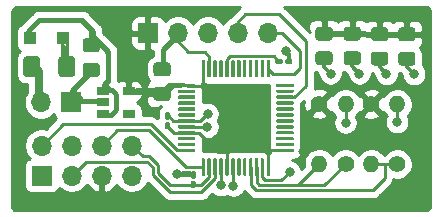
<source format=gbr>
%TF.GenerationSoftware,KiCad,Pcbnew,(5.1.8)-1*%
%TF.CreationDate,2020-12-30T10:18:30-07:00*%
%TF.ProjectId,Axle-Tx-PCB(STM32)v2,41786c65-2d54-4782-9d50-43422853544d,rev?*%
%TF.SameCoordinates,PX1a73ae0PY3563620*%
%TF.FileFunction,Copper,L1,Top*%
%TF.FilePolarity,Positive*%
%FSLAX46Y46*%
G04 Gerber Fmt 4.6, Leading zero omitted, Abs format (unit mm)*
G04 Created by KiCad (PCBNEW (5.1.8)-1) date 2020-12-30 10:18:30*
%MOMM*%
%LPD*%
G01*
G04 APERTURE LIST*
%TA.AperFunction,ComponentPad*%
%ADD10O,1.400000X1.400000*%
%TD*%
%TA.AperFunction,ComponentPad*%
%ADD11C,1.400000*%
%TD*%
%TA.AperFunction,SMDPad,CuDef*%
%ADD12R,1.060000X0.650000*%
%TD*%
%TA.AperFunction,ComponentPad*%
%ADD13O,1.700000X1.700000*%
%TD*%
%TA.AperFunction,ComponentPad*%
%ADD14R,1.700000X1.700000*%
%TD*%
%TA.AperFunction,SMDPad,CuDef*%
%ADD15R,1.100000X1.100000*%
%TD*%
%TA.AperFunction,ViaPad*%
%ADD16C,0.800000*%
%TD*%
%TA.AperFunction,Conductor*%
%ADD17C,0.300000*%
%TD*%
%TA.AperFunction,Conductor*%
%ADD18C,0.250000*%
%TD*%
%TA.AperFunction,Conductor*%
%ADD19C,0.254000*%
%TD*%
%TA.AperFunction,Conductor*%
%ADD20C,0.100000*%
%TD*%
G04 APERTURE END LIST*
%TO.P,STM32,48*%
%TO.N,+3V3*%
%TA.AperFunction,SMDPad,CuDef*%
G36*
G01*
X17318400Y12948800D02*
X17318400Y14273800D01*
G75*
G02*
X17393400Y14348800I75000J0D01*
G01*
X17543400Y14348800D01*
G75*
G02*
X17618400Y14273800I0J-75000D01*
G01*
X17618400Y12948800D01*
G75*
G02*
X17543400Y12873800I-75000J0D01*
G01*
X17393400Y12873800D01*
G75*
G02*
X17318400Y12948800I0J75000D01*
G01*
G37*
%TD.AperFunction*%
%TO.P,STM32,47*%
%TO.N,GND*%
%TA.AperFunction,SMDPad,CuDef*%
G36*
G01*
X17818400Y12948800D02*
X17818400Y14273800D01*
G75*
G02*
X17893400Y14348800I75000J0D01*
G01*
X18043400Y14348800D01*
G75*
G02*
X18118400Y14273800I0J-75000D01*
G01*
X18118400Y12948800D01*
G75*
G02*
X18043400Y12873800I-75000J0D01*
G01*
X17893400Y12873800D01*
G75*
G02*
X17818400Y12948800I0J75000D01*
G01*
G37*
%TD.AperFunction*%
%TO.P,STM32,46*%
%TO.N,Net-(STM32-Pad46)*%
%TA.AperFunction,SMDPad,CuDef*%
G36*
G01*
X18318400Y12948800D02*
X18318400Y14273800D01*
G75*
G02*
X18393400Y14348800I75000J0D01*
G01*
X18543400Y14348800D01*
G75*
G02*
X18618400Y14273800I0J-75000D01*
G01*
X18618400Y12948800D01*
G75*
G02*
X18543400Y12873800I-75000J0D01*
G01*
X18393400Y12873800D01*
G75*
G02*
X18318400Y12948800I0J75000D01*
G01*
G37*
%TD.AperFunction*%
%TO.P,STM32,45*%
%TO.N,Net-(STM32-Pad45)*%
%TA.AperFunction,SMDPad,CuDef*%
G36*
G01*
X18818400Y12948800D02*
X18818400Y14273800D01*
G75*
G02*
X18893400Y14348800I75000J0D01*
G01*
X19043400Y14348800D01*
G75*
G02*
X19118400Y14273800I0J-75000D01*
G01*
X19118400Y12948800D01*
G75*
G02*
X19043400Y12873800I-75000J0D01*
G01*
X18893400Y12873800D01*
G75*
G02*
X18818400Y12948800I0J75000D01*
G01*
G37*
%TD.AperFunction*%
%TO.P,STM32,44*%
%TO.N,Net-(R4-Pad1)*%
%TA.AperFunction,SMDPad,CuDef*%
G36*
G01*
X19318400Y12948800D02*
X19318400Y14273800D01*
G75*
G02*
X19393400Y14348800I75000J0D01*
G01*
X19543400Y14348800D01*
G75*
G02*
X19618400Y14273800I0J-75000D01*
G01*
X19618400Y12948800D01*
G75*
G02*
X19543400Y12873800I-75000J0D01*
G01*
X19393400Y12873800D01*
G75*
G02*
X19318400Y12948800I0J75000D01*
G01*
G37*
%TD.AperFunction*%
%TO.P,STM32,43*%
%TO.N,Net-(STM32-Pad43)*%
%TA.AperFunction,SMDPad,CuDef*%
G36*
G01*
X19818400Y12948800D02*
X19818400Y14273800D01*
G75*
G02*
X19893400Y14348800I75000J0D01*
G01*
X20043400Y14348800D01*
G75*
G02*
X20118400Y14273800I0J-75000D01*
G01*
X20118400Y12948800D01*
G75*
G02*
X20043400Y12873800I-75000J0D01*
G01*
X19893400Y12873800D01*
G75*
G02*
X19818400Y12948800I0J75000D01*
G01*
G37*
%TD.AperFunction*%
%TO.P,STM32,42*%
%TO.N,Net-(STM32-Pad42)*%
%TA.AperFunction,SMDPad,CuDef*%
G36*
G01*
X20318400Y12948800D02*
X20318400Y14273800D01*
G75*
G02*
X20393400Y14348800I75000J0D01*
G01*
X20543400Y14348800D01*
G75*
G02*
X20618400Y14273800I0J-75000D01*
G01*
X20618400Y12948800D01*
G75*
G02*
X20543400Y12873800I-75000J0D01*
G01*
X20393400Y12873800D01*
G75*
G02*
X20318400Y12948800I0J75000D01*
G01*
G37*
%TD.AperFunction*%
%TO.P,STM32,41*%
%TO.N,Net-(STM32-Pad41)*%
%TA.AperFunction,SMDPad,CuDef*%
G36*
G01*
X20818400Y12948800D02*
X20818400Y14273800D01*
G75*
G02*
X20893400Y14348800I75000J0D01*
G01*
X21043400Y14348800D01*
G75*
G02*
X21118400Y14273800I0J-75000D01*
G01*
X21118400Y12948800D01*
G75*
G02*
X21043400Y12873800I-75000J0D01*
G01*
X20893400Y12873800D01*
G75*
G02*
X20818400Y12948800I0J75000D01*
G01*
G37*
%TD.AperFunction*%
%TO.P,STM32,40*%
%TO.N,Net-(STM32-Pad40)*%
%TA.AperFunction,SMDPad,CuDef*%
G36*
G01*
X21318400Y12948800D02*
X21318400Y14273800D01*
G75*
G02*
X21393400Y14348800I75000J0D01*
G01*
X21543400Y14348800D01*
G75*
G02*
X21618400Y14273800I0J-75000D01*
G01*
X21618400Y12948800D01*
G75*
G02*
X21543400Y12873800I-75000J0D01*
G01*
X21393400Y12873800D01*
G75*
G02*
X21318400Y12948800I0J75000D01*
G01*
G37*
%TD.AperFunction*%
%TO.P,STM32,39*%
%TO.N,Net-(STM32-Pad39)*%
%TA.AperFunction,SMDPad,CuDef*%
G36*
G01*
X21818400Y12948800D02*
X21818400Y14273800D01*
G75*
G02*
X21893400Y14348800I75000J0D01*
G01*
X22043400Y14348800D01*
G75*
G02*
X22118400Y14273800I0J-75000D01*
G01*
X22118400Y12948800D01*
G75*
G02*
X22043400Y12873800I-75000J0D01*
G01*
X21893400Y12873800D01*
G75*
G02*
X21818400Y12948800I0J75000D01*
G01*
G37*
%TD.AperFunction*%
%TO.P,STM32,38*%
%TO.N,Net-(STM32-Pad38)*%
%TA.AperFunction,SMDPad,CuDef*%
G36*
G01*
X22318400Y12948800D02*
X22318400Y14273800D01*
G75*
G02*
X22393400Y14348800I75000J0D01*
G01*
X22543400Y14348800D01*
G75*
G02*
X22618400Y14273800I0J-75000D01*
G01*
X22618400Y12948800D01*
G75*
G02*
X22543400Y12873800I-75000J0D01*
G01*
X22393400Y12873800D01*
G75*
G02*
X22318400Y12948800I0J75000D01*
G01*
G37*
%TD.AperFunction*%
%TO.P,STM32,37*%
%TO.N,PA14-SWCLK*%
%TA.AperFunction,SMDPad,CuDef*%
G36*
G01*
X22818400Y12948800D02*
X22818400Y14273800D01*
G75*
G02*
X22893400Y14348800I75000J0D01*
G01*
X23043400Y14348800D01*
G75*
G02*
X23118400Y14273800I0J-75000D01*
G01*
X23118400Y12948800D01*
G75*
G02*
X23043400Y12873800I-75000J0D01*
G01*
X22893400Y12873800D01*
G75*
G02*
X22818400Y12948800I0J75000D01*
G01*
G37*
%TD.AperFunction*%
%TO.P,STM32,36*%
%TO.N,Net-(STM32-Pad36)*%
%TA.AperFunction,SMDPad,CuDef*%
G36*
G01*
X23643400Y12123800D02*
X23643400Y12273800D01*
G75*
G02*
X23718400Y12348800I75000J0D01*
G01*
X25043400Y12348800D01*
G75*
G02*
X25118400Y12273800I0J-75000D01*
G01*
X25118400Y12123800D01*
G75*
G02*
X25043400Y12048800I-75000J0D01*
G01*
X23718400Y12048800D01*
G75*
G02*
X23643400Y12123800I0J75000D01*
G01*
G37*
%TD.AperFunction*%
%TO.P,STM32,35*%
%TO.N,Net-(STM32-Pad35)*%
%TA.AperFunction,SMDPad,CuDef*%
G36*
G01*
X23643400Y11623800D02*
X23643400Y11773800D01*
G75*
G02*
X23718400Y11848800I75000J0D01*
G01*
X25043400Y11848800D01*
G75*
G02*
X25118400Y11773800I0J-75000D01*
G01*
X25118400Y11623800D01*
G75*
G02*
X25043400Y11548800I-75000J0D01*
G01*
X23718400Y11548800D01*
G75*
G02*
X23643400Y11623800I0J75000D01*
G01*
G37*
%TD.AperFunction*%
%TO.P,STM32,34*%
%TO.N,PA13-SWDIO*%
%TA.AperFunction,SMDPad,CuDef*%
G36*
G01*
X23643400Y11123800D02*
X23643400Y11273800D01*
G75*
G02*
X23718400Y11348800I75000J0D01*
G01*
X25043400Y11348800D01*
G75*
G02*
X25118400Y11273800I0J-75000D01*
G01*
X25118400Y11123800D01*
G75*
G02*
X25043400Y11048800I-75000J0D01*
G01*
X23718400Y11048800D01*
G75*
G02*
X23643400Y11123800I0J75000D01*
G01*
G37*
%TD.AperFunction*%
%TO.P,STM32,33*%
%TO.N,Net-(STM32-Pad33)*%
%TA.AperFunction,SMDPad,CuDef*%
G36*
G01*
X23643400Y10623800D02*
X23643400Y10773800D01*
G75*
G02*
X23718400Y10848800I75000J0D01*
G01*
X25043400Y10848800D01*
G75*
G02*
X25118400Y10773800I0J-75000D01*
G01*
X25118400Y10623800D01*
G75*
G02*
X25043400Y10548800I-75000J0D01*
G01*
X23718400Y10548800D01*
G75*
G02*
X23643400Y10623800I0J75000D01*
G01*
G37*
%TD.AperFunction*%
%TO.P,STM32,32*%
%TO.N,Net-(STM32-Pad32)*%
%TA.AperFunction,SMDPad,CuDef*%
G36*
G01*
X23643400Y10123800D02*
X23643400Y10273800D01*
G75*
G02*
X23718400Y10348800I75000J0D01*
G01*
X25043400Y10348800D01*
G75*
G02*
X25118400Y10273800I0J-75000D01*
G01*
X25118400Y10123800D01*
G75*
G02*
X25043400Y10048800I-75000J0D01*
G01*
X23718400Y10048800D01*
G75*
G02*
X23643400Y10123800I0J75000D01*
G01*
G37*
%TD.AperFunction*%
%TO.P,STM32,31*%
%TO.N,Net-(STM32-Pad31)*%
%TA.AperFunction,SMDPad,CuDef*%
G36*
G01*
X23643400Y9623800D02*
X23643400Y9773800D01*
G75*
G02*
X23718400Y9848800I75000J0D01*
G01*
X25043400Y9848800D01*
G75*
G02*
X25118400Y9773800I0J-75000D01*
G01*
X25118400Y9623800D01*
G75*
G02*
X25043400Y9548800I-75000J0D01*
G01*
X23718400Y9548800D01*
G75*
G02*
X23643400Y9623800I0J75000D01*
G01*
G37*
%TD.AperFunction*%
%TO.P,STM32,30*%
%TO.N,Net-(STM32-Pad30)*%
%TA.AperFunction,SMDPad,CuDef*%
G36*
G01*
X23643400Y9123800D02*
X23643400Y9273800D01*
G75*
G02*
X23718400Y9348800I75000J0D01*
G01*
X25043400Y9348800D01*
G75*
G02*
X25118400Y9273800I0J-75000D01*
G01*
X25118400Y9123800D01*
G75*
G02*
X25043400Y9048800I-75000J0D01*
G01*
X23718400Y9048800D01*
G75*
G02*
X23643400Y9123800I0J75000D01*
G01*
G37*
%TD.AperFunction*%
%TO.P,STM32,29*%
%TO.N,Net-(STM32-Pad29)*%
%TA.AperFunction,SMDPad,CuDef*%
G36*
G01*
X23643400Y8623800D02*
X23643400Y8773800D01*
G75*
G02*
X23718400Y8848800I75000J0D01*
G01*
X25043400Y8848800D01*
G75*
G02*
X25118400Y8773800I0J-75000D01*
G01*
X25118400Y8623800D01*
G75*
G02*
X25043400Y8548800I-75000J0D01*
G01*
X23718400Y8548800D01*
G75*
G02*
X23643400Y8623800I0J75000D01*
G01*
G37*
%TD.AperFunction*%
%TO.P,STM32,28*%
%TO.N,Net-(STM32-Pad28)*%
%TA.AperFunction,SMDPad,CuDef*%
G36*
G01*
X23643400Y8123800D02*
X23643400Y8273800D01*
G75*
G02*
X23718400Y8348800I75000J0D01*
G01*
X25043400Y8348800D01*
G75*
G02*
X25118400Y8273800I0J-75000D01*
G01*
X25118400Y8123800D01*
G75*
G02*
X25043400Y8048800I-75000J0D01*
G01*
X23718400Y8048800D01*
G75*
G02*
X23643400Y8123800I0J75000D01*
G01*
G37*
%TD.AperFunction*%
%TO.P,STM32,27*%
%TO.N,Net-(STM32-Pad27)*%
%TA.AperFunction,SMDPad,CuDef*%
G36*
G01*
X23643400Y7623800D02*
X23643400Y7773800D01*
G75*
G02*
X23718400Y7848800I75000J0D01*
G01*
X25043400Y7848800D01*
G75*
G02*
X25118400Y7773800I0J-75000D01*
G01*
X25118400Y7623800D01*
G75*
G02*
X25043400Y7548800I-75000J0D01*
G01*
X23718400Y7548800D01*
G75*
G02*
X23643400Y7623800I0J75000D01*
G01*
G37*
%TD.AperFunction*%
%TO.P,STM32,26*%
%TO.N,Net-(STM32-Pad26)*%
%TA.AperFunction,SMDPad,CuDef*%
G36*
G01*
X23643400Y7123800D02*
X23643400Y7273800D01*
G75*
G02*
X23718400Y7348800I75000J0D01*
G01*
X25043400Y7348800D01*
G75*
G02*
X25118400Y7273800I0J-75000D01*
G01*
X25118400Y7123800D01*
G75*
G02*
X25043400Y7048800I-75000J0D01*
G01*
X23718400Y7048800D01*
G75*
G02*
X23643400Y7123800I0J75000D01*
G01*
G37*
%TD.AperFunction*%
%TO.P,STM32,25*%
%TO.N,+3V3*%
%TA.AperFunction,SMDPad,CuDef*%
G36*
G01*
X23643400Y6623800D02*
X23643400Y6773800D01*
G75*
G02*
X23718400Y6848800I75000J0D01*
G01*
X25043400Y6848800D01*
G75*
G02*
X25118400Y6773800I0J-75000D01*
G01*
X25118400Y6623800D01*
G75*
G02*
X25043400Y6548800I-75000J0D01*
G01*
X23718400Y6548800D01*
G75*
G02*
X23643400Y6623800I0J75000D01*
G01*
G37*
%TD.AperFunction*%
%TO.P,STM32,24*%
%TA.AperFunction,SMDPad,CuDef*%
G36*
G01*
X22818400Y4623800D02*
X22818400Y5948800D01*
G75*
G02*
X22893400Y6023800I75000J0D01*
G01*
X23043400Y6023800D01*
G75*
G02*
X23118400Y5948800I0J-75000D01*
G01*
X23118400Y4623800D01*
G75*
G02*
X23043400Y4548800I-75000J0D01*
G01*
X22893400Y4548800D01*
G75*
G02*
X22818400Y4623800I0J75000D01*
G01*
G37*
%TD.AperFunction*%
%TO.P,STM32,23*%
%TO.N,GND*%
%TA.AperFunction,SMDPad,CuDef*%
G36*
G01*
X22318400Y4623800D02*
X22318400Y5948800D01*
G75*
G02*
X22393400Y6023800I75000J0D01*
G01*
X22543400Y6023800D01*
G75*
G02*
X22618400Y5948800I0J-75000D01*
G01*
X22618400Y4623800D01*
G75*
G02*
X22543400Y4548800I-75000J0D01*
G01*
X22393400Y4548800D01*
G75*
G02*
X22318400Y4623800I0J75000D01*
G01*
G37*
%TD.AperFunction*%
%TO.P,STM32,22*%
%TO.N,SDADC-AIN8m*%
%TA.AperFunction,SMDPad,CuDef*%
G36*
G01*
X21818400Y4623800D02*
X21818400Y5948800D01*
G75*
G02*
X21893400Y6023800I75000J0D01*
G01*
X22043400Y6023800D01*
G75*
G02*
X22118400Y5948800I0J-75000D01*
G01*
X22118400Y4623800D01*
G75*
G02*
X22043400Y4548800I-75000J0D01*
G01*
X21893400Y4548800D01*
G75*
G02*
X21818400Y4623800I0J75000D01*
G01*
G37*
%TD.AperFunction*%
%TO.P,STM32,21*%
%TO.N,SDADC1-AIN8p*%
%TA.AperFunction,SMDPad,CuDef*%
G36*
G01*
X21318400Y4623800D02*
X21318400Y5948800D01*
G75*
G02*
X21393400Y6023800I75000J0D01*
G01*
X21543400Y6023800D01*
G75*
G02*
X21618400Y5948800I0J-75000D01*
G01*
X21618400Y4623800D01*
G75*
G02*
X21543400Y4548800I-75000J0D01*
G01*
X21393400Y4548800D01*
G75*
G02*
X21318400Y4623800I0J75000D01*
G01*
G37*
%TD.AperFunction*%
%TO.P,STM32,20*%
%TO.N,Net-(STM32-Pad20)*%
%TA.AperFunction,SMDPad,CuDef*%
G36*
G01*
X20818400Y4623800D02*
X20818400Y5948800D01*
G75*
G02*
X20893400Y6023800I75000J0D01*
G01*
X21043400Y6023800D01*
G75*
G02*
X21118400Y5948800I0J-75000D01*
G01*
X21118400Y4623800D01*
G75*
G02*
X21043400Y4548800I-75000J0D01*
G01*
X20893400Y4548800D01*
G75*
G02*
X20818400Y4623800I0J75000D01*
G01*
G37*
%TD.AperFunction*%
%TO.P,STM32,19*%
%TO.N,Net-(STM32-Pad19)*%
%TA.AperFunction,SMDPad,CuDef*%
G36*
G01*
X20318400Y4623800D02*
X20318400Y5948800D01*
G75*
G02*
X20393400Y6023800I75000J0D01*
G01*
X20543400Y6023800D01*
G75*
G02*
X20618400Y5948800I0J-75000D01*
G01*
X20618400Y4623800D01*
G75*
G02*
X20543400Y4548800I-75000J0D01*
G01*
X20393400Y4548800D01*
G75*
G02*
X20318400Y4623800I0J75000D01*
G01*
G37*
%TD.AperFunction*%
%TO.P,STM32,18*%
%TO.N,SPI1-MOSI*%
%TA.AperFunction,SMDPad,CuDef*%
G36*
G01*
X19818400Y4623800D02*
X19818400Y5948800D01*
G75*
G02*
X19893400Y6023800I75000J0D01*
G01*
X20043400Y6023800D01*
G75*
G02*
X20118400Y5948800I0J-75000D01*
G01*
X20118400Y4623800D01*
G75*
G02*
X20043400Y4548800I-75000J0D01*
G01*
X19893400Y4548800D01*
G75*
G02*
X19818400Y4623800I0J75000D01*
G01*
G37*
%TD.AperFunction*%
%TO.P,STM32,17*%
%TO.N,+3V3*%
%TA.AperFunction,SMDPad,CuDef*%
G36*
G01*
X19318400Y4623800D02*
X19318400Y5948800D01*
G75*
G02*
X19393400Y6023800I75000J0D01*
G01*
X19543400Y6023800D01*
G75*
G02*
X19618400Y5948800I0J-75000D01*
G01*
X19618400Y4623800D01*
G75*
G02*
X19543400Y4548800I-75000J0D01*
G01*
X19393400Y4548800D01*
G75*
G02*
X19318400Y4623800I0J75000D01*
G01*
G37*
%TD.AperFunction*%
%TO.P,STM32,16*%
%TO.N,SPI1-MISO*%
%TA.AperFunction,SMDPad,CuDef*%
G36*
G01*
X18818400Y4623800D02*
X18818400Y5948800D01*
G75*
G02*
X18893400Y6023800I75000J0D01*
G01*
X19043400Y6023800D01*
G75*
G02*
X19118400Y5948800I0J-75000D01*
G01*
X19118400Y4623800D01*
G75*
G02*
X19043400Y4548800I-75000J0D01*
G01*
X18893400Y4548800D01*
G75*
G02*
X18818400Y4623800I0J75000D01*
G01*
G37*
%TD.AperFunction*%
%TO.P,STM32,15*%
%TO.N,SPI1-SCK*%
%TA.AperFunction,SMDPad,CuDef*%
G36*
G01*
X18318400Y4623800D02*
X18318400Y5948800D01*
G75*
G02*
X18393400Y6023800I75000J0D01*
G01*
X18543400Y6023800D01*
G75*
G02*
X18618400Y5948800I0J-75000D01*
G01*
X18618400Y4623800D01*
G75*
G02*
X18543400Y4548800I-75000J0D01*
G01*
X18393400Y4548800D01*
G75*
G02*
X18318400Y4623800I0J75000D01*
G01*
G37*
%TD.AperFunction*%
%TO.P,STM32,14*%
%TO.N,SPI1-IRQ*%
%TA.AperFunction,SMDPad,CuDef*%
G36*
G01*
X17818400Y4623800D02*
X17818400Y5948800D01*
G75*
G02*
X17893400Y6023800I75000J0D01*
G01*
X18043400Y6023800D01*
G75*
G02*
X18118400Y5948800I0J-75000D01*
G01*
X18118400Y4623800D01*
G75*
G02*
X18043400Y4548800I-75000J0D01*
G01*
X17893400Y4548800D01*
G75*
G02*
X17818400Y4623800I0J75000D01*
G01*
G37*
%TD.AperFunction*%
%TO.P,STM32,13*%
%TO.N,SPI1-CSn*%
%TA.AperFunction,SMDPad,CuDef*%
G36*
G01*
X17318400Y4623800D02*
X17318400Y5948800D01*
G75*
G02*
X17393400Y6023800I75000J0D01*
G01*
X17543400Y6023800D01*
G75*
G02*
X17618400Y5948800I0J-75000D01*
G01*
X17618400Y4623800D01*
G75*
G02*
X17543400Y4548800I-75000J0D01*
G01*
X17393400Y4548800D01*
G75*
G02*
X17318400Y4623800I0J75000D01*
G01*
G37*
%TD.AperFunction*%
%TO.P,STM32,12*%
%TO.N,SPI1-CE*%
%TA.AperFunction,SMDPad,CuDef*%
G36*
G01*
X15318400Y6623800D02*
X15318400Y6773800D01*
G75*
G02*
X15393400Y6848800I75000J0D01*
G01*
X16718400Y6848800D01*
G75*
G02*
X16793400Y6773800I0J-75000D01*
G01*
X16793400Y6623800D01*
G75*
G02*
X16718400Y6548800I-75000J0D01*
G01*
X15393400Y6548800D01*
G75*
G02*
X15318400Y6623800I0J75000D01*
G01*
G37*
%TD.AperFunction*%
%TO.P,STM32,11*%
%TO.N,Net-(STM32-Pad11)*%
%TA.AperFunction,SMDPad,CuDef*%
G36*
G01*
X15318400Y7123800D02*
X15318400Y7273800D01*
G75*
G02*
X15393400Y7348800I75000J0D01*
G01*
X16718400Y7348800D01*
G75*
G02*
X16793400Y7273800I0J-75000D01*
G01*
X16793400Y7123800D01*
G75*
G02*
X16718400Y7048800I-75000J0D01*
G01*
X15393400Y7048800D01*
G75*
G02*
X15318400Y7123800I0J75000D01*
G01*
G37*
%TD.AperFunction*%
%TO.P,STM32,10*%
%TO.N,Net-(STM32-Pad10)*%
%TA.AperFunction,SMDPad,CuDef*%
G36*
G01*
X15318400Y7623800D02*
X15318400Y7773800D01*
G75*
G02*
X15393400Y7848800I75000J0D01*
G01*
X16718400Y7848800D01*
G75*
G02*
X16793400Y7773800I0J-75000D01*
G01*
X16793400Y7623800D01*
G75*
G02*
X16718400Y7548800I-75000J0D01*
G01*
X15393400Y7548800D01*
G75*
G02*
X15318400Y7623800I0J75000D01*
G01*
G37*
%TD.AperFunction*%
%TO.P,STM32,9*%
%TO.N,+3V3*%
%TA.AperFunction,SMDPad,CuDef*%
G36*
G01*
X15318400Y8123800D02*
X15318400Y8273800D01*
G75*
G02*
X15393400Y8348800I75000J0D01*
G01*
X16718400Y8348800D01*
G75*
G02*
X16793400Y8273800I0J-75000D01*
G01*
X16793400Y8123800D01*
G75*
G02*
X16718400Y8048800I-75000J0D01*
G01*
X15393400Y8048800D01*
G75*
G02*
X15318400Y8123800I0J75000D01*
G01*
G37*
%TD.AperFunction*%
%TO.P,STM32,8*%
%TO.N,GND*%
%TA.AperFunction,SMDPad,CuDef*%
G36*
G01*
X15318400Y8623800D02*
X15318400Y8773800D01*
G75*
G02*
X15393400Y8848800I75000J0D01*
G01*
X16718400Y8848800D01*
G75*
G02*
X16793400Y8773800I0J-75000D01*
G01*
X16793400Y8623800D01*
G75*
G02*
X16718400Y8548800I-75000J0D01*
G01*
X15393400Y8548800D01*
G75*
G02*
X15318400Y8623800I0J75000D01*
G01*
G37*
%TD.AperFunction*%
%TO.P,STM32,7*%
%TO.N,NRST*%
%TA.AperFunction,SMDPad,CuDef*%
G36*
G01*
X15318400Y9123800D02*
X15318400Y9273800D01*
G75*
G02*
X15393400Y9348800I75000J0D01*
G01*
X16718400Y9348800D01*
G75*
G02*
X16793400Y9273800I0J-75000D01*
G01*
X16793400Y9123800D01*
G75*
G02*
X16718400Y9048800I-75000J0D01*
G01*
X15393400Y9048800D01*
G75*
G02*
X15318400Y9123800I0J75000D01*
G01*
G37*
%TD.AperFunction*%
%TO.P,STM32,6*%
%TO.N,Net-(STM32-Pad6)*%
%TA.AperFunction,SMDPad,CuDef*%
G36*
G01*
X15318400Y9623800D02*
X15318400Y9773800D01*
G75*
G02*
X15393400Y9848800I75000J0D01*
G01*
X16718400Y9848800D01*
G75*
G02*
X16793400Y9773800I0J-75000D01*
G01*
X16793400Y9623800D01*
G75*
G02*
X16718400Y9548800I-75000J0D01*
G01*
X15393400Y9548800D01*
G75*
G02*
X15318400Y9623800I0J75000D01*
G01*
G37*
%TD.AperFunction*%
%TO.P,STM32,5*%
%TO.N,Net-(STM32-Pad5)*%
%TA.AperFunction,SMDPad,CuDef*%
G36*
G01*
X15318400Y10123800D02*
X15318400Y10273800D01*
G75*
G02*
X15393400Y10348800I75000J0D01*
G01*
X16718400Y10348800D01*
G75*
G02*
X16793400Y10273800I0J-75000D01*
G01*
X16793400Y10123800D01*
G75*
G02*
X16718400Y10048800I-75000J0D01*
G01*
X15393400Y10048800D01*
G75*
G02*
X15318400Y10123800I0J75000D01*
G01*
G37*
%TD.AperFunction*%
%TO.P,STM32,4*%
%TO.N,Net-(STM32-Pad4)*%
%TA.AperFunction,SMDPad,CuDef*%
G36*
G01*
X15318400Y10623800D02*
X15318400Y10773800D01*
G75*
G02*
X15393400Y10848800I75000J0D01*
G01*
X16718400Y10848800D01*
G75*
G02*
X16793400Y10773800I0J-75000D01*
G01*
X16793400Y10623800D01*
G75*
G02*
X16718400Y10548800I-75000J0D01*
G01*
X15393400Y10548800D01*
G75*
G02*
X15318400Y10623800I0J75000D01*
G01*
G37*
%TD.AperFunction*%
%TO.P,STM32,3*%
%TO.N,Net-(STM32-Pad3)*%
%TA.AperFunction,SMDPad,CuDef*%
G36*
G01*
X15318400Y11123800D02*
X15318400Y11273800D01*
G75*
G02*
X15393400Y11348800I75000J0D01*
G01*
X16718400Y11348800D01*
G75*
G02*
X16793400Y11273800I0J-75000D01*
G01*
X16793400Y11123800D01*
G75*
G02*
X16718400Y11048800I-75000J0D01*
G01*
X15393400Y11048800D01*
G75*
G02*
X15318400Y11123800I0J75000D01*
G01*
G37*
%TD.AperFunction*%
%TO.P,STM32,2*%
%TO.N,Net-(STM32-Pad2)*%
%TA.AperFunction,SMDPad,CuDef*%
G36*
G01*
X15318400Y11623800D02*
X15318400Y11773800D01*
G75*
G02*
X15393400Y11848800I75000J0D01*
G01*
X16718400Y11848800D01*
G75*
G02*
X16793400Y11773800I0J-75000D01*
G01*
X16793400Y11623800D01*
G75*
G02*
X16718400Y11548800I-75000J0D01*
G01*
X15393400Y11548800D01*
G75*
G02*
X15318400Y11623800I0J75000D01*
G01*
G37*
%TD.AperFunction*%
%TO.P,STM32,1*%
%TO.N,+3V3*%
%TA.AperFunction,SMDPad,CuDef*%
G36*
G01*
X15318400Y12123800D02*
X15318400Y12273800D01*
G75*
G02*
X15393400Y12348800I75000J0D01*
G01*
X16718400Y12348800D01*
G75*
G02*
X16793400Y12273800I0J-75000D01*
G01*
X16793400Y12123800D01*
G75*
G02*
X16718400Y12048800I-75000J0D01*
G01*
X15393400Y12048800D01*
G75*
G02*
X15318400Y12123800I0J75000D01*
G01*
G37*
%TD.AperFunction*%
%TD*%
%TO.P,C1,2*%
%TO.N,GND*%
%TA.AperFunction,SMDPad,CuDef*%
G36*
G01*
X27211000Y15094800D02*
X28161000Y15094800D01*
G75*
G02*
X28411000Y14844800I0J-250000D01*
G01*
X28411000Y14169800D01*
G75*
G02*
X28161000Y13919800I-250000J0D01*
G01*
X27211000Y13919800D01*
G75*
G02*
X26961000Y14169800I0J250000D01*
G01*
X26961000Y14844800D01*
G75*
G02*
X27211000Y15094800I250000J0D01*
G01*
G37*
%TD.AperFunction*%
%TO.P,C1,1*%
%TO.N,+3V3*%
%TA.AperFunction,SMDPad,CuDef*%
G36*
G01*
X27211000Y17169800D02*
X28161000Y17169800D01*
G75*
G02*
X28411000Y16919800I0J-250000D01*
G01*
X28411000Y16244800D01*
G75*
G02*
X28161000Y15994800I-250000J0D01*
G01*
X27211000Y15994800D01*
G75*
G02*
X26961000Y16244800I0J250000D01*
G01*
X26961000Y16919800D01*
G75*
G02*
X27211000Y17169800I250000J0D01*
G01*
G37*
%TD.AperFunction*%
%TD*%
D10*
%TO.P,SG4,2*%
%TO.N,GND*%
X33883600Y10617200D03*
D11*
%TO.P,SG4,1*%
%TO.N,SDADC1-AIN8p*%
X33883600Y5537200D03*
%TD*%
D12*
%TO.P,3.3Vreg1,5*%
%TO.N,+3V3*%
X11158400Y11719600D03*
%TO.P,3.3Vreg1,4*%
%TO.N,Net-(3.3Vreg1-Pad4)*%
X11158400Y9819600D03*
%TO.P,3.3Vreg1,3*%
%TO.N,Net-(3.3Vreg1-Pad1)*%
X8958400Y9819600D03*
%TO.P,3.3Vreg1,2*%
%TO.N,GND*%
X8958400Y10769600D03*
%TO.P,3.3Vreg1,1*%
%TO.N,Net-(3.3Vreg1-Pad1)*%
X8958400Y11719600D03*
%TD*%
%TO.P,R6,2*%
%TO.N,SPI1-IRQ*%
%TA.AperFunction,SMDPad,CuDef*%
G36*
G01*
X16511600Y4125300D02*
X16711600Y4125300D01*
G75*
G02*
X16811600Y4025300I0J-100000D01*
G01*
X16811600Y3590300D01*
G75*
G02*
X16711600Y3490300I-100000J0D01*
G01*
X16511600Y3490300D01*
G75*
G02*
X16411600Y3590300I0J100000D01*
G01*
X16411600Y4025300D01*
G75*
G02*
X16511600Y4125300I100000J0D01*
G01*
G37*
%TD.AperFunction*%
%TO.P,R6,1*%
%TO.N,GND*%
%TA.AperFunction,SMDPad,CuDef*%
G36*
G01*
X16511600Y4940300D02*
X16711600Y4940300D01*
G75*
G02*
X16811600Y4840300I0J-100000D01*
G01*
X16811600Y4405300D01*
G75*
G02*
X16711600Y4305300I-100000J0D01*
G01*
X16511600Y4305300D01*
G75*
G02*
X16411600Y4405300I0J100000D01*
G01*
X16411600Y4840300D01*
G75*
G02*
X16511600Y4940300I100000J0D01*
G01*
G37*
%TD.AperFunction*%
%TD*%
D13*
%TO.P,J2,8*%
%TO.N,SPI1-IRQ*%
X11404600Y7112000D03*
%TO.P,J2,7*%
%TO.N,SPI1-MOSI*%
X11404600Y4572000D03*
%TO.P,J2,6*%
%TO.N,SPI1-CSn*%
X8864600Y7112000D03*
%TO.P,J2,5*%
%TO.N,+3V3*%
X8864600Y4572000D03*
%TO.P,J2,4*%
%TO.N,SPI1-MISO*%
X6324600Y7112000D03*
%TO.P,J2,3*%
%TO.N,SPI1-SCK*%
X6324600Y4572000D03*
%TO.P,J2,2*%
%TO.N,SPI1-CE*%
X3784600Y7112000D03*
D14*
%TO.P,J2,1*%
%TO.N,GND*%
X3784600Y4572000D03*
%TD*%
D13*
%TO.P,J1,5*%
%TO.N,PA14-SWCLK*%
X22936200Y16637000D03*
%TO.P,J1,4*%
%TO.N,PA13-SWDIO*%
X20396200Y16637000D03*
%TO.P,J1,3*%
%TO.N,NRST*%
X17856200Y16637000D03*
%TO.P,J1,2*%
%TO.N,GND*%
X15316200Y16637000D03*
D14*
%TO.P,J1,1*%
%TO.N,+3V3*%
X12776200Y16637000D03*
%TD*%
D10*
%TO.P,SG3,2*%
%TO.N,SDADC1-AIN8p*%
X31699200Y5542280D03*
D11*
%TO.P,SG3,1*%
%TO.N,+3V3*%
X31699200Y10622280D03*
%TD*%
%TO.P,R4,2*%
%TO.N,GND*%
%TA.AperFunction,SMDPad,CuDef*%
G36*
G01*
X24372400Y14124000D02*
X24372400Y14324000D01*
G75*
G02*
X24472400Y14424000I100000J0D01*
G01*
X24907400Y14424000D01*
G75*
G02*
X25007400Y14324000I0J-100000D01*
G01*
X25007400Y14124000D01*
G75*
G02*
X24907400Y14024000I-100000J0D01*
G01*
X24472400Y14024000D01*
G75*
G02*
X24372400Y14124000I0J100000D01*
G01*
G37*
%TD.AperFunction*%
%TO.P,R4,1*%
%TO.N,Net-(R4-Pad1)*%
%TA.AperFunction,SMDPad,CuDef*%
G36*
G01*
X23557400Y14124000D02*
X23557400Y14324000D01*
G75*
G02*
X23657400Y14424000I100000J0D01*
G01*
X24092400Y14424000D01*
G75*
G02*
X24192400Y14324000I0J-100000D01*
G01*
X24192400Y14124000D01*
G75*
G02*
X24092400Y14024000I-100000J0D01*
G01*
X23657400Y14024000D01*
G75*
G02*
X23557400Y14124000I0J100000D01*
G01*
G37*
%TD.AperFunction*%
%TD*%
%TO.P,C7,2*%
%TO.N,GND*%
%TA.AperFunction,SMDPad,CuDef*%
G36*
G01*
X14445000Y12968300D02*
X13495000Y12968300D01*
G75*
G02*
X13245000Y13218300I0J250000D01*
G01*
X13245000Y13893300D01*
G75*
G02*
X13495000Y14143300I250000J0D01*
G01*
X14445000Y14143300D01*
G75*
G02*
X14695000Y13893300I0J-250000D01*
G01*
X14695000Y13218300D01*
G75*
G02*
X14445000Y12968300I-250000J0D01*
G01*
G37*
%TD.AperFunction*%
%TO.P,C7,1*%
%TO.N,+3V3*%
%TA.AperFunction,SMDPad,CuDef*%
G36*
G01*
X14445000Y10893300D02*
X13495000Y10893300D01*
G75*
G02*
X13245000Y11143300I0J250000D01*
G01*
X13245000Y11818300D01*
G75*
G02*
X13495000Y12068300I250000J0D01*
G01*
X14445000Y12068300D01*
G75*
G02*
X14695000Y11818300I0J-250000D01*
G01*
X14695000Y11143300D01*
G75*
G02*
X14445000Y10893300I-250000J0D01*
G01*
G37*
%TD.AperFunction*%
%TD*%
%TO.P,R5,2*%
%TO.N,NRST*%
%TA.AperFunction,SMDPad,CuDef*%
G36*
G01*
X14527200Y9284800D02*
X14327200Y9284800D01*
G75*
G02*
X14227200Y9384800I0J100000D01*
G01*
X14227200Y9819800D01*
G75*
G02*
X14327200Y9919800I100000J0D01*
G01*
X14527200Y9919800D01*
G75*
G02*
X14627200Y9819800I0J-100000D01*
G01*
X14627200Y9384800D01*
G75*
G02*
X14527200Y9284800I-100000J0D01*
G01*
G37*
%TD.AperFunction*%
%TO.P,R5,1*%
%TO.N,+3V3*%
%TA.AperFunction,SMDPad,CuDef*%
G36*
G01*
X14527200Y8469800D02*
X14327200Y8469800D01*
G75*
G02*
X14227200Y8569800I0J100000D01*
G01*
X14227200Y9004800D01*
G75*
G02*
X14327200Y9104800I100000J0D01*
G01*
X14527200Y9104800D01*
G75*
G02*
X14627200Y9004800I0J-100000D01*
G01*
X14627200Y8569800D01*
G75*
G02*
X14527200Y8469800I-100000J0D01*
G01*
G37*
%TD.AperFunction*%
%TD*%
%TO.P,F1,2*%
%TO.N,Net-(BatCon1-Pad2)*%
%TA.AperFunction,SMDPad,CuDef*%
G36*
G01*
X3644600Y14417200D02*
X3644600Y13167200D01*
G75*
G02*
X3394600Y12917200I-250000J0D01*
G01*
X2469600Y12917200D01*
G75*
G02*
X2219600Y13167200I0J250000D01*
G01*
X2219600Y14417200D01*
G75*
G02*
X2469600Y14667200I250000J0D01*
G01*
X3394600Y14667200D01*
G75*
G02*
X3644600Y14417200I0J-250000D01*
G01*
G37*
%TD.AperFunction*%
%TO.P,F1,1*%
%TO.N,Net-(D1-Pad2)*%
%TA.AperFunction,SMDPad,CuDef*%
G36*
G01*
X6619600Y14417200D02*
X6619600Y13167200D01*
G75*
G02*
X6369600Y12917200I-250000J0D01*
G01*
X5444600Y12917200D01*
G75*
G02*
X5194600Y13167200I0J250000D01*
G01*
X5194600Y14417200D01*
G75*
G02*
X5444600Y14667200I250000J0D01*
G01*
X6369600Y14667200D01*
G75*
G02*
X6619600Y14417200I0J-250000D01*
G01*
G37*
%TD.AperFunction*%
%TD*%
D15*
%TO.P,D1,2*%
%TO.N,Net-(D1-Pad2)*%
X5591000Y16205200D03*
%TO.P,D1,1*%
%TO.N,Net-(3.3Vreg1-Pad1)*%
X2791000Y16205200D03*
%TD*%
%TO.P,C4,2*%
%TO.N,GND*%
%TA.AperFunction,SMDPad,CuDef*%
G36*
G01*
X31910000Y15056700D02*
X32860000Y15056700D01*
G75*
G02*
X33110000Y14806700I0J-250000D01*
G01*
X33110000Y14131700D01*
G75*
G02*
X32860000Y13881700I-250000J0D01*
G01*
X31910000Y13881700D01*
G75*
G02*
X31660000Y14131700I0J250000D01*
G01*
X31660000Y14806700D01*
G75*
G02*
X31910000Y15056700I250000J0D01*
G01*
G37*
%TD.AperFunction*%
%TO.P,C4,1*%
%TO.N,+3V3*%
%TA.AperFunction,SMDPad,CuDef*%
G36*
G01*
X31910000Y17131700D02*
X32860000Y17131700D01*
G75*
G02*
X33110000Y16881700I0J-250000D01*
G01*
X33110000Y16206700D01*
G75*
G02*
X32860000Y15956700I-250000J0D01*
G01*
X31910000Y15956700D01*
G75*
G02*
X31660000Y16206700I0J250000D01*
G01*
X31660000Y16881700D01*
G75*
G02*
X31910000Y17131700I250000J0D01*
G01*
G37*
%TD.AperFunction*%
%TD*%
D10*
%TO.P,SG2,2*%
%TO.N,GND*%
X29504640Y10637520D03*
D11*
%TO.P,SG2,1*%
%TO.N,SDADC-AIN8m*%
X29504640Y5557520D03*
%TD*%
D10*
%TO.P,SG1,2*%
%TO.N,SDADC-AIN8m*%
X27284680Y5572760D03*
D11*
%TO.P,SG1,1*%
%TO.N,+3V3*%
X27284680Y10652760D03*
%TD*%
%TO.P,C6,2*%
%TO.N,GND*%
%TA.AperFunction,SMDPad,CuDef*%
G36*
G01*
X7500600Y14104200D02*
X8450600Y14104200D01*
G75*
G02*
X8700600Y13854200I0J-250000D01*
G01*
X8700600Y13179200D01*
G75*
G02*
X8450600Y12929200I-250000J0D01*
G01*
X7500600Y12929200D01*
G75*
G02*
X7250600Y13179200I0J250000D01*
G01*
X7250600Y13854200D01*
G75*
G02*
X7500600Y14104200I250000J0D01*
G01*
G37*
%TD.AperFunction*%
%TO.P,C6,1*%
%TO.N,Net-(3.3Vreg1-Pad1)*%
%TA.AperFunction,SMDPad,CuDef*%
G36*
G01*
X7500600Y16179200D02*
X8450600Y16179200D01*
G75*
G02*
X8700600Y15929200I0J-250000D01*
G01*
X8700600Y15254200D01*
G75*
G02*
X8450600Y15004200I-250000J0D01*
G01*
X7500600Y15004200D01*
G75*
G02*
X7250600Y15254200I0J250000D01*
G01*
X7250600Y15929200D01*
G75*
G02*
X7500600Y16179200I250000J0D01*
G01*
G37*
%TD.AperFunction*%
%TD*%
%TO.P,C3,2*%
%TO.N,GND*%
%TA.AperFunction,SMDPad,CuDef*%
G36*
G01*
X29598600Y15094800D02*
X30548600Y15094800D01*
G75*
G02*
X30798600Y14844800I0J-250000D01*
G01*
X30798600Y14169800D01*
G75*
G02*
X30548600Y13919800I-250000J0D01*
G01*
X29598600Y13919800D01*
G75*
G02*
X29348600Y14169800I0J250000D01*
G01*
X29348600Y14844800D01*
G75*
G02*
X29598600Y15094800I250000J0D01*
G01*
G37*
%TD.AperFunction*%
%TO.P,C3,1*%
%TO.N,+3V3*%
%TA.AperFunction,SMDPad,CuDef*%
G36*
G01*
X29598600Y17169800D02*
X30548600Y17169800D01*
G75*
G02*
X30798600Y16919800I0J-250000D01*
G01*
X30798600Y16244800D01*
G75*
G02*
X30548600Y15994800I-250000J0D01*
G01*
X29598600Y15994800D01*
G75*
G02*
X29348600Y16244800I0J250000D01*
G01*
X29348600Y16919800D01*
G75*
G02*
X29598600Y17169800I250000J0D01*
G01*
G37*
%TD.AperFunction*%
%TD*%
%TO.P,C2,2*%
%TO.N,GND*%
%TA.AperFunction,SMDPad,CuDef*%
G36*
G01*
X34221400Y15044000D02*
X35171400Y15044000D01*
G75*
G02*
X35421400Y14794000I0J-250000D01*
G01*
X35421400Y14119000D01*
G75*
G02*
X35171400Y13869000I-250000J0D01*
G01*
X34221400Y13869000D01*
G75*
G02*
X33971400Y14119000I0J250000D01*
G01*
X33971400Y14794000D01*
G75*
G02*
X34221400Y15044000I250000J0D01*
G01*
G37*
%TD.AperFunction*%
%TO.P,C2,1*%
%TO.N,+3V3*%
%TA.AperFunction,SMDPad,CuDef*%
G36*
G01*
X34221400Y17119000D02*
X35171400Y17119000D01*
G75*
G02*
X35421400Y16869000I0J-250000D01*
G01*
X35421400Y16194000D01*
G75*
G02*
X35171400Y15944000I-250000J0D01*
G01*
X34221400Y15944000D01*
G75*
G02*
X33971400Y16194000I0J250000D01*
G01*
X33971400Y16869000D01*
G75*
G02*
X34221400Y17119000I250000J0D01*
G01*
G37*
%TD.AperFunction*%
%TD*%
D13*
%TO.P,BatCon1,2*%
%TO.N,Net-(BatCon1-Pad2)*%
X3733800Y10769600D03*
D14*
%TO.P,BatCon1,1*%
%TO.N,GND*%
X6273800Y10769600D03*
%TD*%
D16*
%TO.N,NRST*%
X17830800Y9804400D03*
%TO.N,SPI1-MOSI*%
X20015200Y3708400D03*
%TO.N,SPI1-MISO*%
X18948400Y3759200D03*
%TO.N,GND*%
X35306000Y13157200D03*
X32969200Y13157200D03*
X15240000Y4699000D03*
X28244800Y13208000D03*
X30683200Y13208000D03*
X33883600Y9093200D03*
X24762134Y4905066D03*
X29514800Y9042400D03*
X24485600Y15087600D03*
X17818800Y8698800D03*
%TD*%
D17*
%TO.N,Net-(BatCon1-Pad2)*%
X3733800Y10769600D02*
X3733800Y12990500D01*
D18*
X2932100Y13792200D02*
X2932100Y13565200D01*
X2932100Y13565200D02*
X3467100Y13030200D01*
X3467100Y11036300D02*
X3733800Y10769600D01*
X3467100Y13030200D02*
X3467100Y11036300D01*
X3733800Y12990500D02*
X3733800Y13525500D01*
X3467100Y13792200D02*
X2932100Y13792200D01*
X3733800Y13525500D02*
X3467100Y13792200D01*
X3733800Y10769600D02*
X3733800Y10985500D01*
X3733800Y10985500D02*
X3276600Y11442700D01*
X3276600Y11442700D02*
X3276600Y12903200D01*
%TO.N,PA14-SWCLK*%
X22936200Y16637000D02*
X22968400Y16604800D01*
X23371700Y13208000D02*
X22968400Y13611300D01*
X25146000Y13208000D02*
X23371700Y13208000D01*
X25654000Y15087600D02*
X25654000Y13716000D01*
X25654000Y13716000D02*
X25146000Y13208000D01*
X24138281Y16603319D02*
X25654000Y15087600D01*
X22969881Y16603319D02*
X22936200Y16637000D01*
X24138281Y16603319D02*
X22969881Y16603319D01*
%TO.N,PA13-SWDIO*%
X25184102Y11198800D02*
X24380900Y11198800D01*
X26162000Y12176698D02*
X25184102Y11198800D01*
X26162000Y15951200D02*
X26162000Y12176698D01*
X23876000Y18237200D02*
X26162000Y15951200D01*
X21031200Y18237200D02*
X23876000Y18237200D01*
X20396200Y17602200D02*
X21031200Y18237200D01*
X20396200Y16637000D02*
X20396200Y17602200D01*
%TO.N,NRST*%
X14530758Y9602300D02*
X14427200Y9602300D01*
X14934258Y9198800D02*
X14530758Y9602300D01*
X16055900Y9198800D02*
X14934258Y9198800D01*
X16055900Y9198800D02*
X17174400Y9198800D01*
X17174400Y9198800D02*
X17576800Y9601200D01*
X17576800Y9601200D02*
X17830800Y9601200D01*
X17830800Y9601200D02*
X17830800Y9601200D01*
%TO.N,Net-(D1-Pad2)*%
X5907100Y15889100D02*
X5591000Y16205200D01*
X5907100Y13792200D02*
X5907100Y15889100D01*
X5907100Y13792200D02*
X5907100Y14463700D01*
X5907100Y14463700D02*
X5689600Y14681200D01*
X5689600Y14681200D02*
X5689600Y15570200D01*
X5689600Y15570200D02*
X5499100Y15570200D01*
X5499100Y15570200D02*
X5499100Y14681200D01*
X5591000Y16205200D02*
X5591000Y15852600D01*
X5499100Y15760700D02*
X5499100Y15570200D01*
X5591000Y15852600D02*
X5499100Y15760700D01*
%TO.N,SDADC1-AIN8p*%
X33878520Y5542280D02*
X33883600Y5537200D01*
X32809180Y4335780D02*
X32809180Y5542280D01*
X31797172Y3323772D02*
X32809180Y4335780D01*
X21923828Y3323772D02*
X31797172Y3323772D01*
X21493390Y3754210D02*
X21923828Y3323772D01*
X21493390Y5261310D02*
X21493390Y3754210D01*
X21468400Y5286300D02*
X21493390Y5261310D01*
X32809180Y5542280D02*
X33878520Y5542280D01*
X31699200Y5542280D02*
X32809180Y5542280D01*
%TO.N,SPI1-IRQ*%
X17968400Y4483098D02*
X17968400Y5286300D01*
X17293102Y3807800D02*
X17968400Y4483098D01*
X16611600Y3807800D02*
X17293102Y3807800D01*
X12905200Y6197010D02*
X12319590Y6197010D01*
X13632610Y5469600D02*
X12905200Y6197010D01*
X12319590Y6197010D02*
X11404600Y7112000D01*
X13632610Y4809200D02*
X13632610Y5469600D01*
X14634010Y3807800D02*
X13632610Y4809200D01*
X16611600Y3807800D02*
X14634010Y3807800D01*
%TO.N,SPI1-MOSI*%
X19968400Y3907600D02*
X20116800Y3759200D01*
X19968400Y5286300D02*
X19968400Y3907600D01*
%TO.N,SPI1-CSn*%
X17465990Y5288710D02*
X17468400Y5286300D01*
X15996490Y5288710D02*
X17465990Y5288710D01*
X12852400Y8432800D02*
X15996490Y5288710D01*
X10185400Y8432800D02*
X12852400Y8432800D01*
X8864600Y7112000D02*
X10185400Y8432800D01*
%TO.N,SPI1-MISO*%
X6350000Y7112000D02*
X6324600Y7112000D01*
X18968400Y3779200D02*
X18948400Y3759200D01*
X18968400Y5286300D02*
X18968400Y3779200D01*
%TO.N,SPI1-SCK*%
X13182600Y5283200D02*
X12718799Y5747001D01*
X13182600Y4622800D02*
X13182600Y5283200D01*
X12718799Y5747001D02*
X7499601Y5747001D01*
X14640110Y3165290D02*
X13182600Y4622800D01*
X17287002Y3165290D02*
X14640110Y3165290D01*
X7499601Y5747001D02*
X6324600Y4572000D01*
X18468400Y4346688D02*
X17287002Y3165290D01*
X18468400Y5286300D02*
X18468400Y4346688D01*
%TO.N,SPI1-CE*%
X3784600Y7112000D02*
X5588000Y8915400D01*
X15241542Y6698800D02*
X16055900Y6698800D01*
X13024942Y8915400D02*
X15241542Y6698800D01*
X5588000Y8915400D02*
X13024942Y8915400D01*
%TO.N,SDADC-AIN8m*%
X27299920Y5557520D02*
X27284680Y5572760D01*
X21968400Y3990400D02*
X22185019Y3773781D01*
X21968400Y5286300D02*
X21968400Y3990400D01*
X25485701Y3773781D02*
X25008181Y3773781D01*
X27284680Y5572760D02*
X25485701Y3773781D01*
X22185019Y3773781D02*
X25008181Y3773781D01*
X27720901Y3773781D02*
X29504640Y5557520D01*
X25485701Y3773781D02*
X27720901Y3773781D01*
D17*
%TO.N,Net-(3.3Vreg1-Pad1)*%
X3632200Y17627600D02*
X7137400Y17627600D01*
X2791000Y16786400D02*
X3632200Y17627600D01*
D18*
X2791000Y16205200D02*
X2791000Y16786400D01*
D17*
X7137400Y17627600D02*
X7975600Y16789400D01*
X7975600Y16789400D02*
X7975600Y15591700D01*
D18*
X2791000Y16205200D02*
X2791000Y16563800D01*
X2791000Y16563800D02*
X2578100Y16776700D01*
X2578100Y16776700D02*
X2578100Y16840200D01*
X2578100Y16840200D02*
X3594100Y17856200D01*
X3594100Y17856200D02*
X7213600Y17856200D01*
X7213600Y17856200D02*
X8229600Y16840200D01*
X8229600Y15845700D02*
X7975600Y15591700D01*
X7975600Y15591700D02*
X8690700Y15591700D01*
X8690700Y15591700D02*
X9296400Y14986000D01*
X9296400Y14986000D02*
X9296400Y12649200D01*
X8958400Y12311200D02*
X8958400Y11719600D01*
X9296400Y12649200D02*
X8958400Y12311200D01*
X8229600Y16357600D02*
X8229600Y16408400D01*
X9499600Y12547600D02*
X9499600Y15087600D01*
X9194800Y12242800D02*
X9499600Y12547600D01*
X9194800Y12090400D02*
X9194800Y12242800D01*
X8958400Y11854000D02*
X9194800Y12090400D01*
X9499600Y15087600D02*
X8229600Y16357600D01*
X8958400Y11719600D02*
X8958400Y11854000D01*
X8229600Y16408400D02*
X8229600Y15845700D01*
X8229600Y16840200D02*
X8229600Y16408400D01*
X8958400Y11719600D02*
X9718000Y11719600D01*
X9718000Y11719600D02*
X10007600Y11430000D01*
X10007600Y11430000D02*
X10007600Y10210800D01*
X9616400Y9819600D02*
X8958400Y9819600D01*
X10007600Y10210800D02*
X9616400Y9819600D01*
X8958400Y9819600D02*
X9433600Y9819600D01*
X9433600Y9819600D02*
X9601200Y9652000D01*
X9601200Y9652000D02*
X9652000Y9652000D01*
X9652000Y9652000D02*
X10160000Y10160000D01*
X10160000Y10160000D02*
X10160000Y11480800D01*
X10160000Y11480800D02*
X9753600Y11887200D01*
X9753600Y11887200D02*
X9652000Y11887200D01*
X9652000Y11887200D02*
X9347200Y12192000D01*
X9347200Y12192000D02*
X9499600Y12039600D01*
X9499600Y12039600D02*
X9499600Y11836400D01*
%TO.N,Net-(R4-Pad1)*%
X19703010Y14673810D02*
X19468400Y14439200D01*
X23425090Y14673810D02*
X19703010Y14673810D01*
X19468400Y14439200D02*
X19468400Y13611300D01*
X23874900Y14224000D02*
X23425090Y14673810D01*
%TO.N,+3V3*%
X14663010Y12173810D02*
X15605890Y12173810D01*
X13970000Y11480800D02*
X14663010Y12173810D01*
X13970000Y11480800D02*
X13970000Y11785600D01*
X13970000Y11785600D02*
X14528800Y12344400D01*
X15436400Y12198800D02*
X15605890Y12198800D01*
X15290800Y12344400D02*
X15436400Y12198800D01*
X15605890Y12198800D02*
X15605890Y12173810D01*
X14528800Y12344400D02*
X15290800Y12344400D01*
X14224000Y11480800D02*
X13970000Y11480800D01*
X15087600Y12344400D02*
X14224000Y11480800D01*
X15748000Y12344400D02*
X15087600Y12344400D01*
X15893600Y12198800D02*
X15748000Y12344400D01*
X16055900Y12198800D02*
X15893600Y12198800D01*
X13731200Y11719600D02*
X13970000Y11480800D01*
X11158400Y11719600D02*
X13731200Y11719600D01*
X11158400Y11719600D02*
X11496000Y11719600D01*
X11496000Y11719600D02*
X11684000Y11531600D01*
X11684000Y11531600D02*
X13208000Y11531600D01*
X13208000Y11531600D02*
X13208000Y11887200D01*
X13208000Y11887200D02*
X11734800Y11887200D01*
X27156500Y10780940D02*
X27284680Y10652760D01*
X22968400Y5286300D02*
X22968400Y6394000D01*
X22968400Y6394000D02*
X22555200Y6807200D01*
X22555200Y6807200D02*
X19710400Y6807200D01*
X19468400Y6565200D02*
X19468400Y5286300D01*
X19710400Y6807200D02*
X19468400Y6565200D01*
X16210190Y8173810D02*
X17124590Y8173810D01*
X16185200Y8198800D02*
X16210190Y8173810D01*
X16055900Y8198800D02*
X16185200Y8198800D01*
X18733200Y6565200D02*
X19468400Y6565200D01*
X17124590Y8173810D02*
X18733200Y6565200D01*
X24380900Y6698800D02*
X23208800Y6698800D01*
X15015700Y8198800D02*
X14427200Y8787300D01*
X16055900Y8198800D02*
X15015700Y8198800D01*
X16096800Y12198800D02*
X16103600Y12192000D01*
X16055900Y12198800D02*
X16096800Y12198800D01*
X16103600Y12192000D02*
X17272000Y12192000D01*
X17468400Y12388400D02*
X17468400Y13611300D01*
X17272000Y12192000D02*
X17468400Y12388400D01*
%TO.N,GND*%
X29514800Y10210800D02*
X29514800Y9159240D01*
X22468400Y4433118D02*
X22468400Y5286300D01*
X22677728Y4223790D02*
X22468400Y4433118D01*
X24080859Y4223790D02*
X22677728Y4223790D01*
X29504640Y10637520D02*
X29504640Y9647571D01*
X6273800Y11814900D02*
X7975600Y13516700D01*
X6273800Y10769600D02*
X6273800Y11814900D01*
X16535400Y4699000D02*
X16611600Y4622800D01*
X15316200Y4622800D02*
X15240000Y4699000D01*
X16611600Y4622800D02*
X15316200Y4622800D01*
X33883600Y9347200D02*
X33883600Y10617200D01*
X32385000Y14469200D02*
X32533500Y14469200D01*
X15240000Y4699000D02*
X15582900Y4699000D01*
X15582900Y4699000D02*
X15722600Y4838700D01*
X15722600Y4838700D02*
X16357600Y4838700D01*
X32385000Y14469200D02*
X32724000Y14469200D01*
X13970000Y15290800D02*
X15316200Y16637000D01*
X13970000Y13555800D02*
X13970000Y15290800D01*
X15316200Y16637000D02*
X15316200Y16332200D01*
X15316200Y16332200D02*
X14173200Y15189200D01*
X14173200Y15189200D02*
X14173200Y14173200D01*
X7975600Y13516700D02*
X7975600Y13258800D01*
X7975600Y13258800D02*
X6451600Y11734800D01*
X6451600Y11480800D02*
X7162800Y10769600D01*
X6451600Y11734800D02*
X6451600Y11480800D01*
X7162800Y10769600D02*
X6273800Y10769600D01*
X8958400Y10769600D02*
X7162800Y10769600D01*
X8958400Y10769600D02*
X8686800Y10769600D01*
X8686800Y10769600D02*
X8483600Y10972800D01*
X8483600Y10972800D02*
X7213600Y10972800D01*
X7213600Y10972800D02*
X7213600Y11074400D01*
X6553200Y11734800D02*
X6451600Y11734800D01*
X7213600Y11074400D02*
X6553200Y11734800D01*
X16055900Y8698800D02*
X17588800Y8698800D01*
D17*
X34696400Y13766800D02*
X35306000Y13157200D01*
D18*
X34696400Y14456500D02*
X34696400Y13766800D01*
D17*
X32385000Y13741400D02*
X32969200Y13157200D01*
X32385000Y14469200D02*
X32385000Y13741400D01*
X30073600Y13817600D02*
X30683200Y13208000D01*
D18*
X30073600Y14507300D02*
X30073600Y13817600D01*
D17*
X27686000Y13766800D02*
X28244800Y13208000D01*
X27686000Y14507300D02*
X27686000Y13766800D01*
D18*
X24762134Y4905066D02*
X24080859Y4223790D01*
X17968400Y13611300D02*
X17968400Y14645200D01*
X17968400Y14645200D02*
X17576800Y15036800D01*
X17576800Y15036800D02*
X16205200Y15036800D01*
X15316200Y15925800D02*
X15316200Y16637000D01*
X16205200Y15036800D02*
X15316200Y15925800D01*
X24689900Y14883300D02*
X24485600Y15087600D01*
D17*
X24689900Y14224000D02*
X24689900Y14883300D01*
D18*
X17588800Y8698800D02*
X17818800Y8698800D01*
X17818800Y8698800D02*
X17818800Y8698800D01*
%TD*%
D19*
%TO.N,+3V3*%
X20491199Y18777201D02*
X20467400Y18748202D01*
X19885198Y18165999D01*
X19856200Y18142201D01*
X19832402Y18113203D01*
X19832401Y18113202D01*
X19761226Y18026476D01*
X19730238Y17968502D01*
X19692789Y17952990D01*
X19449568Y17790475D01*
X19242725Y17583632D01*
X19126200Y17409240D01*
X19009675Y17583632D01*
X18802832Y17790475D01*
X18559611Y17952990D01*
X18289358Y18064932D01*
X18002460Y18122000D01*
X17709940Y18122000D01*
X17423042Y18064932D01*
X17152789Y17952990D01*
X16909568Y17790475D01*
X16702725Y17583632D01*
X16586200Y17409240D01*
X16469675Y17583632D01*
X16262832Y17790475D01*
X16019611Y17952990D01*
X15749358Y18064932D01*
X15462460Y18122000D01*
X15169940Y18122000D01*
X14883042Y18064932D01*
X14612789Y17952990D01*
X14369568Y17790475D01*
X14237713Y17658620D01*
X14215702Y17731180D01*
X14156737Y17841494D01*
X14077385Y17938185D01*
X13980694Y18017537D01*
X13870380Y18076502D01*
X13750682Y18112812D01*
X13626200Y18125072D01*
X13061950Y18122000D01*
X12903200Y17963250D01*
X12903200Y16764000D01*
X12923200Y16764000D01*
X12923200Y16510000D01*
X12903200Y16510000D01*
X12903200Y15310750D01*
X13061950Y15152000D01*
X13210001Y15151194D01*
X13210001Y14730411D01*
X13155150Y14713772D01*
X13001614Y14631705D01*
X12867038Y14521262D01*
X12756595Y14386686D01*
X12674528Y14233150D01*
X12623992Y14066554D01*
X12606928Y13893300D01*
X12606928Y13218300D01*
X12623992Y13045046D01*
X12674528Y12878450D01*
X12756595Y12724914D01*
X12867038Y12590338D01*
X12873594Y12584958D01*
X12793815Y12519485D01*
X12714463Y12422794D01*
X12655498Y12312480D01*
X12619188Y12192782D01*
X12606928Y12068300D01*
X12610000Y11766550D01*
X12768750Y11607800D01*
X13843000Y11607800D01*
X13843000Y11627800D01*
X14097000Y11627800D01*
X14097000Y11607800D01*
X14117000Y11607800D01*
X14117000Y11353800D01*
X14097000Y11353800D01*
X14097000Y11333800D01*
X13843000Y11333800D01*
X13843000Y11353800D01*
X12768750Y11353800D01*
X12610000Y11195050D01*
X12606928Y10893300D01*
X12619188Y10768818D01*
X12655498Y10649120D01*
X12714463Y10538806D01*
X12793815Y10442115D01*
X12890506Y10362763D01*
X13000820Y10303798D01*
X13120518Y10267488D01*
X13245000Y10255228D01*
X13684250Y10258300D01*
X13842998Y10417048D01*
X13842998Y10372630D01*
X13805304Y10341696D01*
X13713516Y10229851D01*
X13645310Y10102248D01*
X13603310Y9963791D01*
X13589128Y9819800D01*
X13589128Y9426015D01*
X13588746Y9426397D01*
X13564943Y9455401D01*
X13449218Y9550374D01*
X13317189Y9620946D01*
X13173928Y9664403D01*
X13062275Y9675400D01*
X13062264Y9675400D01*
X13024942Y9679076D01*
X12987620Y9675400D01*
X12326472Y9675400D01*
X12326472Y10144600D01*
X12314212Y10269082D01*
X12277902Y10388780D01*
X12218937Y10499094D01*
X12139585Y10595785D01*
X12042894Y10675137D01*
X11932580Y10734102D01*
X11815559Y10769600D01*
X11932580Y10805098D01*
X12042894Y10864063D01*
X12139585Y10943415D01*
X12218937Y11040106D01*
X12277902Y11150420D01*
X12314212Y11270118D01*
X12326472Y11394600D01*
X12323400Y11433850D01*
X12164650Y11592600D01*
X11285400Y11592600D01*
X11285400Y11572600D01*
X11031400Y11572600D01*
X11031400Y11592600D01*
X11011400Y11592600D01*
X11011400Y11846600D01*
X11031400Y11846600D01*
X11031400Y12520850D01*
X11285400Y12520850D01*
X11285400Y11846600D01*
X12164650Y11846600D01*
X12323400Y12005350D01*
X12326472Y12044600D01*
X12314212Y12169082D01*
X12277902Y12288780D01*
X12218937Y12399094D01*
X12139585Y12495785D01*
X12042894Y12575137D01*
X11932580Y12634102D01*
X11812882Y12670412D01*
X11688400Y12682672D01*
X11444150Y12679600D01*
X11285400Y12520850D01*
X11031400Y12520850D01*
X10872650Y12679600D01*
X10628400Y12682672D01*
X10503918Y12670412D01*
X10384220Y12634102D01*
X10273906Y12575137D01*
X10261562Y12565006D01*
X10259600Y12584922D01*
X10259600Y15050278D01*
X10263276Y15087601D01*
X10259600Y15124924D01*
X10259600Y15124933D01*
X10248603Y15236586D01*
X10205146Y15379847D01*
X10134574Y15511876D01*
X10039601Y15627601D01*
X10010603Y15651399D01*
X9875002Y15787000D01*
X11288128Y15787000D01*
X11300388Y15662518D01*
X11336698Y15542820D01*
X11395663Y15432506D01*
X11475015Y15335815D01*
X11571706Y15256463D01*
X11682020Y15197498D01*
X11801718Y15161188D01*
X11926200Y15148928D01*
X12490450Y15152000D01*
X12649200Y15310750D01*
X12649200Y16510000D01*
X11449950Y16510000D01*
X11291200Y16351250D01*
X11288128Y15787000D01*
X9875002Y15787000D01*
X8989600Y16672401D01*
X8989600Y16802878D01*
X8993276Y16840200D01*
X8989600Y16877523D01*
X8989600Y16877533D01*
X8978603Y16989186D01*
X8935146Y17132447D01*
X8887692Y17221226D01*
X8864574Y17264477D01*
X8793399Y17351203D01*
X8769601Y17380201D01*
X8740604Y17403998D01*
X8657602Y17487000D01*
X11288128Y17487000D01*
X11291200Y16922750D01*
X11449950Y16764000D01*
X12649200Y16764000D01*
X12649200Y17963250D01*
X12490450Y18122000D01*
X11926200Y18125072D01*
X11801718Y18112812D01*
X11682020Y18076502D01*
X11571706Y18017537D01*
X11475015Y17938185D01*
X11395663Y17841494D01*
X11336698Y17731180D01*
X11300388Y17611482D01*
X11288128Y17487000D01*
X8657602Y17487000D01*
X7777404Y18367198D01*
X7753601Y18396201D01*
X7637876Y18491174D01*
X7505847Y18561746D01*
X7362586Y18605203D01*
X7250933Y18616200D01*
X7250922Y18616200D01*
X7213600Y18619876D01*
X7176278Y18616200D01*
X3631422Y18616200D01*
X3594100Y18619876D01*
X3556777Y18616200D01*
X3556767Y18616200D01*
X3445114Y18605203D01*
X3301853Y18561746D01*
X3169823Y18491174D01*
X3124682Y18454127D01*
X3054099Y18396201D01*
X3030301Y18367203D01*
X2067101Y17404002D01*
X2038099Y17380201D01*
X2012992Y17349608D01*
X1996820Y17344702D01*
X1886506Y17285737D01*
X1789815Y17206385D01*
X1710463Y17109694D01*
X1651498Y16999380D01*
X1615188Y16879682D01*
X1602928Y16755200D01*
X1602928Y15655200D01*
X1615188Y15530718D01*
X1651498Y15411020D01*
X1710463Y15300706D01*
X1789815Y15204015D01*
X1886506Y15124663D01*
X1917999Y15107829D01*
X1841638Y15045162D01*
X1731195Y14910586D01*
X1649128Y14757050D01*
X1598592Y14590454D01*
X1581528Y14417200D01*
X1581528Y13167200D01*
X1598592Y12993946D01*
X1649128Y12827350D01*
X1731195Y12673814D01*
X1841638Y12539238D01*
X1976214Y12428795D01*
X2129750Y12346728D01*
X2296346Y12296192D01*
X2469600Y12279128D01*
X2516601Y12279128D01*
X2516600Y11620861D01*
X2417810Y11473011D01*
X2305868Y11202758D01*
X2248800Y10915860D01*
X2248800Y10623340D01*
X2305868Y10336442D01*
X2417810Y10066189D01*
X2580325Y9822968D01*
X2787168Y9616125D01*
X3030389Y9453610D01*
X3300642Y9341668D01*
X3587540Y9284600D01*
X3880060Y9284600D01*
X4166958Y9341668D01*
X4437211Y9453610D01*
X4680432Y9616125D01*
X4812287Y9747980D01*
X4834298Y9675420D01*
X4893263Y9565106D01*
X4972615Y9468415D01*
X5024023Y9426225D01*
X4151008Y8553210D01*
X3930860Y8597000D01*
X3638340Y8597000D01*
X3351442Y8539932D01*
X3081189Y8427990D01*
X2837968Y8265475D01*
X2631125Y8058632D01*
X2468610Y7815411D01*
X2356668Y7545158D01*
X2299600Y7258260D01*
X2299600Y6965740D01*
X2356668Y6678842D01*
X2468610Y6408589D01*
X2631125Y6165368D01*
X2762980Y6033513D01*
X2690420Y6011502D01*
X2580106Y5952537D01*
X2483415Y5873185D01*
X2404063Y5776494D01*
X2345098Y5666180D01*
X2308788Y5546482D01*
X2296528Y5422000D01*
X2296528Y3722000D01*
X2308788Y3597518D01*
X2345098Y3477820D01*
X2404063Y3367506D01*
X2483415Y3270815D01*
X2580106Y3191463D01*
X2690420Y3132498D01*
X2810118Y3096188D01*
X2934600Y3083928D01*
X4634600Y3083928D01*
X4759082Y3096188D01*
X4878780Y3132498D01*
X4989094Y3191463D01*
X5085785Y3270815D01*
X5165137Y3367506D01*
X5224102Y3477820D01*
X5246113Y3550380D01*
X5377968Y3418525D01*
X5621189Y3256010D01*
X5891442Y3144068D01*
X6178340Y3087000D01*
X6470860Y3087000D01*
X6757758Y3144068D01*
X7028011Y3256010D01*
X7271232Y3418525D01*
X7478075Y3625368D01*
X7599795Y3807534D01*
X7669422Y3690645D01*
X7864331Y3474412D01*
X8097680Y3300359D01*
X8360501Y3175175D01*
X8507710Y3130524D01*
X8737600Y3251845D01*
X8737600Y4445000D01*
X8717600Y4445000D01*
X8717600Y4699000D01*
X8737600Y4699000D01*
X8737600Y4719000D01*
X8991600Y4719000D01*
X8991600Y4699000D01*
X9011600Y4699000D01*
X9011600Y4445000D01*
X8991600Y4445000D01*
X8991600Y3251845D01*
X9221490Y3130524D01*
X9368699Y3175175D01*
X9631520Y3300359D01*
X9864869Y3474412D01*
X10059778Y3690645D01*
X10129405Y3807534D01*
X10251125Y3625368D01*
X10457968Y3418525D01*
X10701189Y3256010D01*
X10971442Y3144068D01*
X11258340Y3087000D01*
X11550860Y3087000D01*
X11837758Y3144068D01*
X12108011Y3256010D01*
X12351232Y3418525D01*
X12558075Y3625368D01*
X12720590Y3868589D01*
X12762011Y3968588D01*
X14076315Y2654282D01*
X14100109Y2625289D01*
X14129102Y2601495D01*
X14129106Y2601491D01*
X14183500Y2556852D01*
X14215834Y2530316D01*
X14347863Y2459744D01*
X14491124Y2416287D01*
X14602777Y2405290D01*
X14602786Y2405290D01*
X14640109Y2401614D01*
X14677432Y2405290D01*
X17249680Y2405290D01*
X17287002Y2401614D01*
X17324324Y2405290D01*
X17324335Y2405290D01*
X17435988Y2416287D01*
X17579249Y2459744D01*
X17711278Y2530316D01*
X17827003Y2625289D01*
X17850806Y2654293D01*
X18220201Y3023688D01*
X18288626Y2955263D01*
X18458144Y2841995D01*
X18646502Y2763974D01*
X18846461Y2724200D01*
X19050339Y2724200D01*
X19250298Y2763974D01*
X19438656Y2841995D01*
X19443786Y2845423D01*
X19524944Y2791195D01*
X19713302Y2713174D01*
X19913261Y2673400D01*
X20117139Y2673400D01*
X20317098Y2713174D01*
X20505456Y2791195D01*
X20674974Y2904463D01*
X20819137Y3048626D01*
X20932405Y3218144D01*
X20938361Y3232522D01*
X20953390Y3214209D01*
X20982388Y3190411D01*
X21360024Y2812775D01*
X21383827Y2783771D01*
X21499552Y2688798D01*
X21631581Y2618226D01*
X21774842Y2574769D01*
X21886495Y2563772D01*
X21886504Y2563772D01*
X21923827Y2560096D01*
X21961150Y2563772D01*
X31759850Y2563772D01*
X31797172Y2560096D01*
X31834494Y2563772D01*
X31834505Y2563772D01*
X31946158Y2574769D01*
X32089419Y2618226D01*
X32221448Y2688798D01*
X32337173Y2783771D01*
X32360975Y2812774D01*
X33320189Y3771986D01*
X33349181Y3795779D01*
X33372975Y3824772D01*
X33372979Y3824776D01*
X33444153Y3911503D01*
X33444154Y3911504D01*
X33514726Y4043533D01*
X33558183Y4186794D01*
X33563398Y4239739D01*
X33752114Y4202200D01*
X34015086Y4202200D01*
X34273005Y4253504D01*
X34515959Y4354139D01*
X34734613Y4500238D01*
X34920562Y4686187D01*
X35066661Y4904841D01*
X35167296Y5147795D01*
X35218600Y5405714D01*
X35218600Y5668686D01*
X35167296Y5926605D01*
X35066661Y6169559D01*
X34920562Y6388213D01*
X34734613Y6574162D01*
X34515959Y6720261D01*
X34273005Y6820896D01*
X34015086Y6872200D01*
X33752114Y6872200D01*
X33494195Y6820896D01*
X33251241Y6720261D01*
X33032587Y6574162D01*
X32846638Y6388213D01*
X32793097Y6308083D01*
X32736162Y6393293D01*
X32550213Y6579242D01*
X32331559Y6725341D01*
X32088605Y6825976D01*
X31830686Y6877280D01*
X31567714Y6877280D01*
X31309795Y6825976D01*
X31066841Y6725341D01*
X30848187Y6579242D01*
X30662238Y6393293D01*
X30607011Y6310640D01*
X30541602Y6408533D01*
X30355653Y6594482D01*
X30136999Y6740581D01*
X29894045Y6841216D01*
X29636126Y6892520D01*
X29373154Y6892520D01*
X29115235Y6841216D01*
X28872281Y6740581D01*
X28653627Y6594482D01*
X28467678Y6408533D01*
X28399751Y6306873D01*
X28321642Y6423773D01*
X28135693Y6609722D01*
X27917039Y6755821D01*
X27674085Y6856456D01*
X27416166Y6907760D01*
X27153194Y6907760D01*
X26895275Y6856456D01*
X26652321Y6755821D01*
X26433667Y6609722D01*
X26247718Y6423773D01*
X26101619Y6205119D01*
X26000984Y5962165D01*
X25949680Y5704246D01*
X25949680Y5441274D01*
X25971035Y5333917D01*
X25771748Y5134630D01*
X25757360Y5206964D01*
X25679339Y5395322D01*
X25566071Y5564840D01*
X25421908Y5709003D01*
X25252390Y5822271D01*
X25064032Y5900292D01*
X25007758Y5911486D01*
X25108800Y5910800D01*
X25233452Y5921186D01*
X25353682Y5955691D01*
X25464871Y6012989D01*
X25562746Y6090878D01*
X25643544Y6186364D01*
X25704161Y6295779D01*
X25742268Y6414917D01*
X25753400Y6517050D01*
X25594650Y6675800D01*
X25593755Y6675800D01*
X25636298Y6727638D01*
X25677418Y6804568D01*
X25753400Y6880550D01*
X25742268Y6982683D01*
X25742214Y6982851D01*
X25742771Y6984687D01*
X25756472Y7123800D01*
X25756472Y7273800D01*
X25742771Y7412913D01*
X25731885Y7448800D01*
X25742771Y7484687D01*
X25756472Y7623800D01*
X25756472Y7773800D01*
X25742771Y7912913D01*
X25731885Y7948800D01*
X25742771Y7984687D01*
X25756472Y8123800D01*
X25756472Y8273800D01*
X25742771Y8412913D01*
X25731885Y8448800D01*
X25742771Y8484687D01*
X25756472Y8623800D01*
X25756472Y8773800D01*
X25742771Y8912913D01*
X25731885Y8948800D01*
X25742771Y8984687D01*
X25756472Y9123800D01*
X25756472Y9273800D01*
X25742771Y9412913D01*
X25731885Y9448800D01*
X25742771Y9484687D01*
X25756472Y9623800D01*
X25756472Y9731491D01*
X26543016Y9731491D01*
X26602477Y9497723D01*
X26840922Y9386826D01*
X27096420Y9324577D01*
X27359153Y9313370D01*
X27619024Y9353635D01*
X27866046Y9443825D01*
X27966883Y9497723D01*
X28026344Y9731491D01*
X27284680Y10473155D01*
X26543016Y9731491D01*
X25756472Y9731491D01*
X25756472Y9773800D01*
X25742771Y9912913D01*
X25731885Y9948800D01*
X25742771Y9984687D01*
X25756472Y10123800D01*
X25756472Y10273800D01*
X25742771Y10412913D01*
X25731885Y10448800D01*
X25742771Y10484687D01*
X25756472Y10623800D01*
X25756472Y10696369D01*
X25974334Y10914231D01*
X25956497Y10841020D01*
X25945290Y10578287D01*
X25985555Y10318416D01*
X26075745Y10071394D01*
X26129643Y9970557D01*
X26363411Y9911096D01*
X27105075Y10652760D01*
X27464285Y10652760D01*
X28205949Y9911096D01*
X28358503Y9949900D01*
X28467678Y9786507D01*
X28647236Y9606949D01*
X28597595Y9532656D01*
X28519574Y9344298D01*
X28479800Y9144339D01*
X28479800Y8940461D01*
X28519574Y8740502D01*
X28597595Y8552144D01*
X28710863Y8382626D01*
X28855026Y8238463D01*
X29024544Y8125195D01*
X29212902Y8047174D01*
X29412861Y8007400D01*
X29616739Y8007400D01*
X29816698Y8047174D01*
X30005056Y8125195D01*
X30174574Y8238463D01*
X30318737Y8382626D01*
X30432005Y8552144D01*
X30510026Y8740502D01*
X30549800Y8940461D01*
X30549800Y9144339D01*
X30510026Y9344298D01*
X30432005Y9532656D01*
X30374225Y9619130D01*
X30456106Y9701011D01*
X30957536Y9701011D01*
X31016997Y9467243D01*
X31255442Y9356346D01*
X31510940Y9294097D01*
X31773673Y9282890D01*
X32033544Y9323155D01*
X32280566Y9413345D01*
X32381403Y9467243D01*
X32440864Y9701011D01*
X31699200Y10442675D01*
X30957536Y9701011D01*
X30456106Y9701011D01*
X30541602Y9786507D01*
X30629679Y9918325D01*
X30777931Y9880616D01*
X31519595Y10622280D01*
X31878805Y10622280D01*
X32620469Y9880616D01*
X32748431Y9913164D01*
X32846638Y9766187D01*
X32991619Y9621206D01*
X32966395Y9583456D01*
X32888374Y9395098D01*
X32848600Y9195139D01*
X32848600Y8991261D01*
X32888374Y8791302D01*
X32966395Y8602944D01*
X33079663Y8433426D01*
X33223826Y8289263D01*
X33393344Y8175995D01*
X33581702Y8097974D01*
X33781661Y8058200D01*
X33985539Y8058200D01*
X34185498Y8097974D01*
X34373856Y8175995D01*
X34543374Y8289263D01*
X34687537Y8433426D01*
X34800805Y8602944D01*
X34878826Y8791302D01*
X34918600Y8991261D01*
X34918600Y9195139D01*
X34878826Y9395098D01*
X34800805Y9583456D01*
X34775581Y9621206D01*
X34920562Y9766187D01*
X35066661Y9984841D01*
X35167296Y10227795D01*
X35218600Y10485714D01*
X35218600Y10748686D01*
X35167296Y11006605D01*
X35066661Y11249559D01*
X34920562Y11468213D01*
X34734613Y11654162D01*
X34515959Y11800261D01*
X34273005Y11900896D01*
X34015086Y11952200D01*
X33752114Y11952200D01*
X33494195Y11900896D01*
X33251241Y11800261D01*
X33032587Y11654162D01*
X32846638Y11468213D01*
X32754234Y11329920D01*
X32620469Y11363944D01*
X31878805Y10622280D01*
X31519595Y10622280D01*
X30777931Y11363944D01*
X30647087Y11330663D01*
X30541602Y11488533D01*
X30486586Y11543549D01*
X30957536Y11543549D01*
X31699200Y10801885D01*
X32440864Y11543549D01*
X32381403Y11777317D01*
X32142958Y11888214D01*
X31887460Y11950463D01*
X31624727Y11961670D01*
X31364856Y11921405D01*
X31117834Y11831215D01*
X31016997Y11777317D01*
X30957536Y11543549D01*
X30486586Y11543549D01*
X30355653Y11674482D01*
X30136999Y11820581D01*
X29894045Y11921216D01*
X29636126Y11972520D01*
X29373154Y11972520D01*
X29115235Y11921216D01*
X28872281Y11820581D01*
X28653627Y11674482D01*
X28467678Y11488533D01*
X28375911Y11351193D01*
X28205949Y11394424D01*
X27464285Y10652760D01*
X27105075Y10652760D01*
X27090933Y10666902D01*
X27270538Y10846507D01*
X27284680Y10832365D01*
X28026344Y11574029D01*
X27966883Y11807797D01*
X27728438Y11918694D01*
X27472940Y11980943D01*
X27210207Y11992150D01*
X26950336Y11951885D01*
X26880238Y11926292D01*
X26911003Y12027712D01*
X26922000Y12139365D01*
X26925677Y12176698D01*
X26922000Y12214031D01*
X26922000Y13333903D01*
X27037746Y13298792D01*
X27056055Y13296989D01*
X27059854Y13292360D01*
X27103655Y13238988D01*
X27103659Y13238984D01*
X27128237Y13209036D01*
X27158185Y13184458D01*
X27209800Y13132843D01*
X27209800Y13106061D01*
X27249574Y12906102D01*
X27327595Y12717744D01*
X27440863Y12548226D01*
X27585026Y12404063D01*
X27754544Y12290795D01*
X27942902Y12212774D01*
X28142861Y12173000D01*
X28346739Y12173000D01*
X28546698Y12212774D01*
X28735056Y12290795D01*
X28904574Y12404063D01*
X29048737Y12548226D01*
X29162005Y12717744D01*
X29240026Y12906102D01*
X29279800Y13106061D01*
X29279800Y13309939D01*
X29272814Y13345062D01*
X29425346Y13298792D01*
X29489012Y13292521D01*
X29491255Y13289788D01*
X29648200Y13132843D01*
X29648200Y13106061D01*
X29687974Y12906102D01*
X29765995Y12717744D01*
X29879263Y12548226D01*
X30023426Y12404063D01*
X30192944Y12290795D01*
X30381302Y12212774D01*
X30581261Y12173000D01*
X30785139Y12173000D01*
X30985098Y12212774D01*
X31173456Y12290795D01*
X31342974Y12404063D01*
X31487137Y12548226D01*
X31600405Y12717744D01*
X31678426Y12906102D01*
X31718200Y13106061D01*
X31718200Y13266318D01*
X31736746Y13260692D01*
X31766394Y13257772D01*
X31802655Y13213588D01*
X31802659Y13213584D01*
X31827237Y13183636D01*
X31857185Y13159058D01*
X31934200Y13082043D01*
X31934200Y13055261D01*
X31973974Y12855302D01*
X32051995Y12666944D01*
X32165263Y12497426D01*
X32309426Y12353263D01*
X32478944Y12239995D01*
X32667302Y12161974D01*
X32867261Y12122200D01*
X33071139Y12122200D01*
X33271098Y12161974D01*
X33459456Y12239995D01*
X33628974Y12353263D01*
X33773137Y12497426D01*
X33886405Y12666944D01*
X33964426Y12855302D01*
X34004200Y13055261D01*
X34004200Y13259139D01*
X34003738Y13261463D01*
X34048146Y13247992D01*
X34111812Y13241721D01*
X34114055Y13238988D01*
X34271000Y13082043D01*
X34271000Y13055261D01*
X34310774Y12855302D01*
X34388795Y12666944D01*
X34502063Y12497426D01*
X34646226Y12353263D01*
X34815744Y12239995D01*
X35004102Y12161974D01*
X35204061Y12122200D01*
X35407939Y12122200D01*
X35607898Y12161974D01*
X35796256Y12239995D01*
X35965774Y12353263D01*
X36109937Y12497426D01*
X36223205Y12666944D01*
X36301226Y12855302D01*
X36341000Y13055261D01*
X36341000Y13259139D01*
X36301226Y13459098D01*
X36223205Y13647456D01*
X36109937Y13816974D01*
X36028154Y13898757D01*
X36042408Y13945746D01*
X36059472Y14119000D01*
X36059472Y14794000D01*
X36042408Y14967254D01*
X35991872Y15133850D01*
X35909805Y15287386D01*
X35799362Y15421962D01*
X35792806Y15427342D01*
X35872585Y15492815D01*
X35951937Y15589506D01*
X36010902Y15699820D01*
X36047212Y15819518D01*
X36059472Y15944000D01*
X36056400Y16245750D01*
X35897650Y16404500D01*
X34823400Y16404500D01*
X34823400Y16384500D01*
X34569400Y16384500D01*
X34569400Y16404500D01*
X33598950Y16404500D01*
X33586250Y16417200D01*
X32512000Y16417200D01*
X32512000Y16397200D01*
X32258000Y16397200D01*
X32258000Y16417200D01*
X31312950Y16417200D01*
X31274850Y16455300D01*
X30200600Y16455300D01*
X30200600Y16435300D01*
X29946600Y16435300D01*
X29946600Y16455300D01*
X27813000Y16455300D01*
X27813000Y16435300D01*
X27559000Y16435300D01*
X27559000Y16455300D01*
X27539000Y16455300D01*
X27539000Y16709300D01*
X27559000Y16709300D01*
X27559000Y17646050D01*
X27813000Y17646050D01*
X27813000Y16709300D01*
X29946600Y16709300D01*
X29946600Y17646050D01*
X30200600Y17646050D01*
X30200600Y16709300D01*
X31145650Y16709300D01*
X31183750Y16671200D01*
X32258000Y16671200D01*
X32258000Y17607950D01*
X32512000Y17607950D01*
X32512000Y16671200D01*
X33482450Y16671200D01*
X33495150Y16658500D01*
X34569400Y16658500D01*
X34569400Y17595250D01*
X34823400Y17595250D01*
X34823400Y16658500D01*
X35897650Y16658500D01*
X36056400Y16817250D01*
X36059472Y17119000D01*
X36047212Y17243482D01*
X36010902Y17363180D01*
X35951937Y17473494D01*
X35872585Y17570185D01*
X35775894Y17649537D01*
X35665580Y17708502D01*
X35545882Y17744812D01*
X35421400Y17757072D01*
X34982150Y17754000D01*
X34823400Y17595250D01*
X34569400Y17595250D01*
X34410650Y17754000D01*
X33971400Y17757072D01*
X33846918Y17744812D01*
X33727220Y17708502D01*
X33616906Y17649537D01*
X33548438Y17593347D01*
X33464494Y17662237D01*
X33354180Y17721202D01*
X33234482Y17757512D01*
X33110000Y17769772D01*
X32670750Y17766700D01*
X32512000Y17607950D01*
X32258000Y17607950D01*
X32099250Y17766700D01*
X31660000Y17769772D01*
X31535518Y17757512D01*
X31415820Y17721202D01*
X31305506Y17662237D01*
X31251980Y17618310D01*
X31249785Y17620985D01*
X31153094Y17700337D01*
X31042780Y17759302D01*
X30923082Y17795612D01*
X30798600Y17807872D01*
X30359350Y17804800D01*
X30200600Y17646050D01*
X29946600Y17646050D01*
X29787850Y17804800D01*
X29348600Y17807872D01*
X29224118Y17795612D01*
X29104420Y17759302D01*
X28994106Y17700337D01*
X28897415Y17620985D01*
X28879800Y17599521D01*
X28862185Y17620985D01*
X28765494Y17700337D01*
X28655180Y17759302D01*
X28535482Y17795612D01*
X28411000Y17807872D01*
X27971750Y17804800D01*
X27813000Y17646050D01*
X27559000Y17646050D01*
X27400250Y17804800D01*
X26961000Y17807872D01*
X26836518Y17795612D01*
X26716820Y17759302D01*
X26606506Y17700337D01*
X26509815Y17620985D01*
X26430463Y17524294D01*
X26371498Y17413980D01*
X26335188Y17294282D01*
X26322928Y17169800D01*
X26326000Y16868050D01*
X26484748Y16709302D01*
X26478700Y16709302D01*
X24439804Y18748197D01*
X24416001Y18777201D01*
X24330707Y18847200D01*
X36264319Y18847200D01*
X36365133Y18837315D01*
X36431057Y18817411D01*
X36491855Y18785085D01*
X36545219Y18741561D01*
X36589112Y18688504D01*
X36621866Y18627929D01*
X36642228Y18562147D01*
X36652601Y18463460D01*
X36652600Y2013481D01*
X36642715Y1912669D01*
X36622811Y1846742D01*
X36595690Y1795735D01*
X36374457Y1637711D01*
X36367547Y1635572D01*
X36268869Y1625200D01*
X1657881Y1625200D01*
X1557069Y1635085D01*
X1491142Y1654989D01*
X1430345Y1687315D01*
X1376982Y1730838D01*
X1333085Y1783900D01*
X1300334Y1844473D01*
X1279972Y1910253D01*
X1269600Y2008931D01*
X1269600Y18458919D01*
X1277332Y18537775D01*
X1625644Y18844290D01*
X1653330Y18847200D01*
X20576493Y18847200D01*
X20491199Y18777201D01*
%TA.AperFunction,Conductor*%
D20*
G36*
X20491199Y18777201D02*
G01*
X20467400Y18748202D01*
X19885198Y18165999D01*
X19856200Y18142201D01*
X19832402Y18113203D01*
X19832401Y18113202D01*
X19761226Y18026476D01*
X19730238Y17968502D01*
X19692789Y17952990D01*
X19449568Y17790475D01*
X19242725Y17583632D01*
X19126200Y17409240D01*
X19009675Y17583632D01*
X18802832Y17790475D01*
X18559611Y17952990D01*
X18289358Y18064932D01*
X18002460Y18122000D01*
X17709940Y18122000D01*
X17423042Y18064932D01*
X17152789Y17952990D01*
X16909568Y17790475D01*
X16702725Y17583632D01*
X16586200Y17409240D01*
X16469675Y17583632D01*
X16262832Y17790475D01*
X16019611Y17952990D01*
X15749358Y18064932D01*
X15462460Y18122000D01*
X15169940Y18122000D01*
X14883042Y18064932D01*
X14612789Y17952990D01*
X14369568Y17790475D01*
X14237713Y17658620D01*
X14215702Y17731180D01*
X14156737Y17841494D01*
X14077385Y17938185D01*
X13980694Y18017537D01*
X13870380Y18076502D01*
X13750682Y18112812D01*
X13626200Y18125072D01*
X13061950Y18122000D01*
X12903200Y17963250D01*
X12903200Y16764000D01*
X12923200Y16764000D01*
X12923200Y16510000D01*
X12903200Y16510000D01*
X12903200Y15310750D01*
X13061950Y15152000D01*
X13210001Y15151194D01*
X13210001Y14730411D01*
X13155150Y14713772D01*
X13001614Y14631705D01*
X12867038Y14521262D01*
X12756595Y14386686D01*
X12674528Y14233150D01*
X12623992Y14066554D01*
X12606928Y13893300D01*
X12606928Y13218300D01*
X12623992Y13045046D01*
X12674528Y12878450D01*
X12756595Y12724914D01*
X12867038Y12590338D01*
X12873594Y12584958D01*
X12793815Y12519485D01*
X12714463Y12422794D01*
X12655498Y12312480D01*
X12619188Y12192782D01*
X12606928Y12068300D01*
X12610000Y11766550D01*
X12768750Y11607800D01*
X13843000Y11607800D01*
X13843000Y11627800D01*
X14097000Y11627800D01*
X14097000Y11607800D01*
X14117000Y11607800D01*
X14117000Y11353800D01*
X14097000Y11353800D01*
X14097000Y11333800D01*
X13843000Y11333800D01*
X13843000Y11353800D01*
X12768750Y11353800D01*
X12610000Y11195050D01*
X12606928Y10893300D01*
X12619188Y10768818D01*
X12655498Y10649120D01*
X12714463Y10538806D01*
X12793815Y10442115D01*
X12890506Y10362763D01*
X13000820Y10303798D01*
X13120518Y10267488D01*
X13245000Y10255228D01*
X13684250Y10258300D01*
X13842998Y10417048D01*
X13842998Y10372630D01*
X13805304Y10341696D01*
X13713516Y10229851D01*
X13645310Y10102248D01*
X13603310Y9963791D01*
X13589128Y9819800D01*
X13589128Y9426015D01*
X13588746Y9426397D01*
X13564943Y9455401D01*
X13449218Y9550374D01*
X13317189Y9620946D01*
X13173928Y9664403D01*
X13062275Y9675400D01*
X13062264Y9675400D01*
X13024942Y9679076D01*
X12987620Y9675400D01*
X12326472Y9675400D01*
X12326472Y10144600D01*
X12314212Y10269082D01*
X12277902Y10388780D01*
X12218937Y10499094D01*
X12139585Y10595785D01*
X12042894Y10675137D01*
X11932580Y10734102D01*
X11815559Y10769600D01*
X11932580Y10805098D01*
X12042894Y10864063D01*
X12139585Y10943415D01*
X12218937Y11040106D01*
X12277902Y11150420D01*
X12314212Y11270118D01*
X12326472Y11394600D01*
X12323400Y11433850D01*
X12164650Y11592600D01*
X11285400Y11592600D01*
X11285400Y11572600D01*
X11031400Y11572600D01*
X11031400Y11592600D01*
X11011400Y11592600D01*
X11011400Y11846600D01*
X11031400Y11846600D01*
X11031400Y12520850D01*
X11285400Y12520850D01*
X11285400Y11846600D01*
X12164650Y11846600D01*
X12323400Y12005350D01*
X12326472Y12044600D01*
X12314212Y12169082D01*
X12277902Y12288780D01*
X12218937Y12399094D01*
X12139585Y12495785D01*
X12042894Y12575137D01*
X11932580Y12634102D01*
X11812882Y12670412D01*
X11688400Y12682672D01*
X11444150Y12679600D01*
X11285400Y12520850D01*
X11031400Y12520850D01*
X10872650Y12679600D01*
X10628400Y12682672D01*
X10503918Y12670412D01*
X10384220Y12634102D01*
X10273906Y12575137D01*
X10261562Y12565006D01*
X10259600Y12584922D01*
X10259600Y15050278D01*
X10263276Y15087601D01*
X10259600Y15124924D01*
X10259600Y15124933D01*
X10248603Y15236586D01*
X10205146Y15379847D01*
X10134574Y15511876D01*
X10039601Y15627601D01*
X10010603Y15651399D01*
X9875002Y15787000D01*
X11288128Y15787000D01*
X11300388Y15662518D01*
X11336698Y15542820D01*
X11395663Y15432506D01*
X11475015Y15335815D01*
X11571706Y15256463D01*
X11682020Y15197498D01*
X11801718Y15161188D01*
X11926200Y15148928D01*
X12490450Y15152000D01*
X12649200Y15310750D01*
X12649200Y16510000D01*
X11449950Y16510000D01*
X11291200Y16351250D01*
X11288128Y15787000D01*
X9875002Y15787000D01*
X8989600Y16672401D01*
X8989600Y16802878D01*
X8993276Y16840200D01*
X8989600Y16877523D01*
X8989600Y16877533D01*
X8978603Y16989186D01*
X8935146Y17132447D01*
X8887692Y17221226D01*
X8864574Y17264477D01*
X8793399Y17351203D01*
X8769601Y17380201D01*
X8740604Y17403998D01*
X8657602Y17487000D01*
X11288128Y17487000D01*
X11291200Y16922750D01*
X11449950Y16764000D01*
X12649200Y16764000D01*
X12649200Y17963250D01*
X12490450Y18122000D01*
X11926200Y18125072D01*
X11801718Y18112812D01*
X11682020Y18076502D01*
X11571706Y18017537D01*
X11475015Y17938185D01*
X11395663Y17841494D01*
X11336698Y17731180D01*
X11300388Y17611482D01*
X11288128Y17487000D01*
X8657602Y17487000D01*
X7777404Y18367198D01*
X7753601Y18396201D01*
X7637876Y18491174D01*
X7505847Y18561746D01*
X7362586Y18605203D01*
X7250933Y18616200D01*
X7250922Y18616200D01*
X7213600Y18619876D01*
X7176278Y18616200D01*
X3631422Y18616200D01*
X3594100Y18619876D01*
X3556777Y18616200D01*
X3556767Y18616200D01*
X3445114Y18605203D01*
X3301853Y18561746D01*
X3169823Y18491174D01*
X3124682Y18454127D01*
X3054099Y18396201D01*
X3030301Y18367203D01*
X2067101Y17404002D01*
X2038099Y17380201D01*
X2012992Y17349608D01*
X1996820Y17344702D01*
X1886506Y17285737D01*
X1789815Y17206385D01*
X1710463Y17109694D01*
X1651498Y16999380D01*
X1615188Y16879682D01*
X1602928Y16755200D01*
X1602928Y15655200D01*
X1615188Y15530718D01*
X1651498Y15411020D01*
X1710463Y15300706D01*
X1789815Y15204015D01*
X1886506Y15124663D01*
X1917999Y15107829D01*
X1841638Y15045162D01*
X1731195Y14910586D01*
X1649128Y14757050D01*
X1598592Y14590454D01*
X1581528Y14417200D01*
X1581528Y13167200D01*
X1598592Y12993946D01*
X1649128Y12827350D01*
X1731195Y12673814D01*
X1841638Y12539238D01*
X1976214Y12428795D01*
X2129750Y12346728D01*
X2296346Y12296192D01*
X2469600Y12279128D01*
X2516601Y12279128D01*
X2516600Y11620861D01*
X2417810Y11473011D01*
X2305868Y11202758D01*
X2248800Y10915860D01*
X2248800Y10623340D01*
X2305868Y10336442D01*
X2417810Y10066189D01*
X2580325Y9822968D01*
X2787168Y9616125D01*
X3030389Y9453610D01*
X3300642Y9341668D01*
X3587540Y9284600D01*
X3880060Y9284600D01*
X4166958Y9341668D01*
X4437211Y9453610D01*
X4680432Y9616125D01*
X4812287Y9747980D01*
X4834298Y9675420D01*
X4893263Y9565106D01*
X4972615Y9468415D01*
X5024023Y9426225D01*
X4151008Y8553210D01*
X3930860Y8597000D01*
X3638340Y8597000D01*
X3351442Y8539932D01*
X3081189Y8427990D01*
X2837968Y8265475D01*
X2631125Y8058632D01*
X2468610Y7815411D01*
X2356668Y7545158D01*
X2299600Y7258260D01*
X2299600Y6965740D01*
X2356668Y6678842D01*
X2468610Y6408589D01*
X2631125Y6165368D01*
X2762980Y6033513D01*
X2690420Y6011502D01*
X2580106Y5952537D01*
X2483415Y5873185D01*
X2404063Y5776494D01*
X2345098Y5666180D01*
X2308788Y5546482D01*
X2296528Y5422000D01*
X2296528Y3722000D01*
X2308788Y3597518D01*
X2345098Y3477820D01*
X2404063Y3367506D01*
X2483415Y3270815D01*
X2580106Y3191463D01*
X2690420Y3132498D01*
X2810118Y3096188D01*
X2934600Y3083928D01*
X4634600Y3083928D01*
X4759082Y3096188D01*
X4878780Y3132498D01*
X4989094Y3191463D01*
X5085785Y3270815D01*
X5165137Y3367506D01*
X5224102Y3477820D01*
X5246113Y3550380D01*
X5377968Y3418525D01*
X5621189Y3256010D01*
X5891442Y3144068D01*
X6178340Y3087000D01*
X6470860Y3087000D01*
X6757758Y3144068D01*
X7028011Y3256010D01*
X7271232Y3418525D01*
X7478075Y3625368D01*
X7599795Y3807534D01*
X7669422Y3690645D01*
X7864331Y3474412D01*
X8097680Y3300359D01*
X8360501Y3175175D01*
X8507710Y3130524D01*
X8737600Y3251845D01*
X8737600Y4445000D01*
X8717600Y4445000D01*
X8717600Y4699000D01*
X8737600Y4699000D01*
X8737600Y4719000D01*
X8991600Y4719000D01*
X8991600Y4699000D01*
X9011600Y4699000D01*
X9011600Y4445000D01*
X8991600Y4445000D01*
X8991600Y3251845D01*
X9221490Y3130524D01*
X9368699Y3175175D01*
X9631520Y3300359D01*
X9864869Y3474412D01*
X10059778Y3690645D01*
X10129405Y3807534D01*
X10251125Y3625368D01*
X10457968Y3418525D01*
X10701189Y3256010D01*
X10971442Y3144068D01*
X11258340Y3087000D01*
X11550860Y3087000D01*
X11837758Y3144068D01*
X12108011Y3256010D01*
X12351232Y3418525D01*
X12558075Y3625368D01*
X12720590Y3868589D01*
X12762011Y3968588D01*
X14076315Y2654282D01*
X14100109Y2625289D01*
X14129102Y2601495D01*
X14129106Y2601491D01*
X14183500Y2556852D01*
X14215834Y2530316D01*
X14347863Y2459744D01*
X14491124Y2416287D01*
X14602777Y2405290D01*
X14602786Y2405290D01*
X14640109Y2401614D01*
X14677432Y2405290D01*
X17249680Y2405290D01*
X17287002Y2401614D01*
X17324324Y2405290D01*
X17324335Y2405290D01*
X17435988Y2416287D01*
X17579249Y2459744D01*
X17711278Y2530316D01*
X17827003Y2625289D01*
X17850806Y2654293D01*
X18220201Y3023688D01*
X18288626Y2955263D01*
X18458144Y2841995D01*
X18646502Y2763974D01*
X18846461Y2724200D01*
X19050339Y2724200D01*
X19250298Y2763974D01*
X19438656Y2841995D01*
X19443786Y2845423D01*
X19524944Y2791195D01*
X19713302Y2713174D01*
X19913261Y2673400D01*
X20117139Y2673400D01*
X20317098Y2713174D01*
X20505456Y2791195D01*
X20674974Y2904463D01*
X20819137Y3048626D01*
X20932405Y3218144D01*
X20938361Y3232522D01*
X20953390Y3214209D01*
X20982388Y3190411D01*
X21360024Y2812775D01*
X21383827Y2783771D01*
X21499552Y2688798D01*
X21631581Y2618226D01*
X21774842Y2574769D01*
X21886495Y2563772D01*
X21886504Y2563772D01*
X21923827Y2560096D01*
X21961150Y2563772D01*
X31759850Y2563772D01*
X31797172Y2560096D01*
X31834494Y2563772D01*
X31834505Y2563772D01*
X31946158Y2574769D01*
X32089419Y2618226D01*
X32221448Y2688798D01*
X32337173Y2783771D01*
X32360975Y2812774D01*
X33320189Y3771986D01*
X33349181Y3795779D01*
X33372975Y3824772D01*
X33372979Y3824776D01*
X33444153Y3911503D01*
X33444154Y3911504D01*
X33514726Y4043533D01*
X33558183Y4186794D01*
X33563398Y4239739D01*
X33752114Y4202200D01*
X34015086Y4202200D01*
X34273005Y4253504D01*
X34515959Y4354139D01*
X34734613Y4500238D01*
X34920562Y4686187D01*
X35066661Y4904841D01*
X35167296Y5147795D01*
X35218600Y5405714D01*
X35218600Y5668686D01*
X35167296Y5926605D01*
X35066661Y6169559D01*
X34920562Y6388213D01*
X34734613Y6574162D01*
X34515959Y6720261D01*
X34273005Y6820896D01*
X34015086Y6872200D01*
X33752114Y6872200D01*
X33494195Y6820896D01*
X33251241Y6720261D01*
X33032587Y6574162D01*
X32846638Y6388213D01*
X32793097Y6308083D01*
X32736162Y6393293D01*
X32550213Y6579242D01*
X32331559Y6725341D01*
X32088605Y6825976D01*
X31830686Y6877280D01*
X31567714Y6877280D01*
X31309795Y6825976D01*
X31066841Y6725341D01*
X30848187Y6579242D01*
X30662238Y6393293D01*
X30607011Y6310640D01*
X30541602Y6408533D01*
X30355653Y6594482D01*
X30136999Y6740581D01*
X29894045Y6841216D01*
X29636126Y6892520D01*
X29373154Y6892520D01*
X29115235Y6841216D01*
X28872281Y6740581D01*
X28653627Y6594482D01*
X28467678Y6408533D01*
X28399751Y6306873D01*
X28321642Y6423773D01*
X28135693Y6609722D01*
X27917039Y6755821D01*
X27674085Y6856456D01*
X27416166Y6907760D01*
X27153194Y6907760D01*
X26895275Y6856456D01*
X26652321Y6755821D01*
X26433667Y6609722D01*
X26247718Y6423773D01*
X26101619Y6205119D01*
X26000984Y5962165D01*
X25949680Y5704246D01*
X25949680Y5441274D01*
X25971035Y5333917D01*
X25771748Y5134630D01*
X25757360Y5206964D01*
X25679339Y5395322D01*
X25566071Y5564840D01*
X25421908Y5709003D01*
X25252390Y5822271D01*
X25064032Y5900292D01*
X25007758Y5911486D01*
X25108800Y5910800D01*
X25233452Y5921186D01*
X25353682Y5955691D01*
X25464871Y6012989D01*
X25562746Y6090878D01*
X25643544Y6186364D01*
X25704161Y6295779D01*
X25742268Y6414917D01*
X25753400Y6517050D01*
X25594650Y6675800D01*
X25593755Y6675800D01*
X25636298Y6727638D01*
X25677418Y6804568D01*
X25753400Y6880550D01*
X25742268Y6982683D01*
X25742214Y6982851D01*
X25742771Y6984687D01*
X25756472Y7123800D01*
X25756472Y7273800D01*
X25742771Y7412913D01*
X25731885Y7448800D01*
X25742771Y7484687D01*
X25756472Y7623800D01*
X25756472Y7773800D01*
X25742771Y7912913D01*
X25731885Y7948800D01*
X25742771Y7984687D01*
X25756472Y8123800D01*
X25756472Y8273800D01*
X25742771Y8412913D01*
X25731885Y8448800D01*
X25742771Y8484687D01*
X25756472Y8623800D01*
X25756472Y8773800D01*
X25742771Y8912913D01*
X25731885Y8948800D01*
X25742771Y8984687D01*
X25756472Y9123800D01*
X25756472Y9273800D01*
X25742771Y9412913D01*
X25731885Y9448800D01*
X25742771Y9484687D01*
X25756472Y9623800D01*
X25756472Y9731491D01*
X26543016Y9731491D01*
X26602477Y9497723D01*
X26840922Y9386826D01*
X27096420Y9324577D01*
X27359153Y9313370D01*
X27619024Y9353635D01*
X27866046Y9443825D01*
X27966883Y9497723D01*
X28026344Y9731491D01*
X27284680Y10473155D01*
X26543016Y9731491D01*
X25756472Y9731491D01*
X25756472Y9773800D01*
X25742771Y9912913D01*
X25731885Y9948800D01*
X25742771Y9984687D01*
X25756472Y10123800D01*
X25756472Y10273800D01*
X25742771Y10412913D01*
X25731885Y10448800D01*
X25742771Y10484687D01*
X25756472Y10623800D01*
X25756472Y10696369D01*
X25974334Y10914231D01*
X25956497Y10841020D01*
X25945290Y10578287D01*
X25985555Y10318416D01*
X26075745Y10071394D01*
X26129643Y9970557D01*
X26363411Y9911096D01*
X27105075Y10652760D01*
X27464285Y10652760D01*
X28205949Y9911096D01*
X28358503Y9949900D01*
X28467678Y9786507D01*
X28647236Y9606949D01*
X28597595Y9532656D01*
X28519574Y9344298D01*
X28479800Y9144339D01*
X28479800Y8940461D01*
X28519574Y8740502D01*
X28597595Y8552144D01*
X28710863Y8382626D01*
X28855026Y8238463D01*
X29024544Y8125195D01*
X29212902Y8047174D01*
X29412861Y8007400D01*
X29616739Y8007400D01*
X29816698Y8047174D01*
X30005056Y8125195D01*
X30174574Y8238463D01*
X30318737Y8382626D01*
X30432005Y8552144D01*
X30510026Y8740502D01*
X30549800Y8940461D01*
X30549800Y9144339D01*
X30510026Y9344298D01*
X30432005Y9532656D01*
X30374225Y9619130D01*
X30456106Y9701011D01*
X30957536Y9701011D01*
X31016997Y9467243D01*
X31255442Y9356346D01*
X31510940Y9294097D01*
X31773673Y9282890D01*
X32033544Y9323155D01*
X32280566Y9413345D01*
X32381403Y9467243D01*
X32440864Y9701011D01*
X31699200Y10442675D01*
X30957536Y9701011D01*
X30456106Y9701011D01*
X30541602Y9786507D01*
X30629679Y9918325D01*
X30777931Y9880616D01*
X31519595Y10622280D01*
X31878805Y10622280D01*
X32620469Y9880616D01*
X32748431Y9913164D01*
X32846638Y9766187D01*
X32991619Y9621206D01*
X32966395Y9583456D01*
X32888374Y9395098D01*
X32848600Y9195139D01*
X32848600Y8991261D01*
X32888374Y8791302D01*
X32966395Y8602944D01*
X33079663Y8433426D01*
X33223826Y8289263D01*
X33393344Y8175995D01*
X33581702Y8097974D01*
X33781661Y8058200D01*
X33985539Y8058200D01*
X34185498Y8097974D01*
X34373856Y8175995D01*
X34543374Y8289263D01*
X34687537Y8433426D01*
X34800805Y8602944D01*
X34878826Y8791302D01*
X34918600Y8991261D01*
X34918600Y9195139D01*
X34878826Y9395098D01*
X34800805Y9583456D01*
X34775581Y9621206D01*
X34920562Y9766187D01*
X35066661Y9984841D01*
X35167296Y10227795D01*
X35218600Y10485714D01*
X35218600Y10748686D01*
X35167296Y11006605D01*
X35066661Y11249559D01*
X34920562Y11468213D01*
X34734613Y11654162D01*
X34515959Y11800261D01*
X34273005Y11900896D01*
X34015086Y11952200D01*
X33752114Y11952200D01*
X33494195Y11900896D01*
X33251241Y11800261D01*
X33032587Y11654162D01*
X32846638Y11468213D01*
X32754234Y11329920D01*
X32620469Y11363944D01*
X31878805Y10622280D01*
X31519595Y10622280D01*
X30777931Y11363944D01*
X30647087Y11330663D01*
X30541602Y11488533D01*
X30486586Y11543549D01*
X30957536Y11543549D01*
X31699200Y10801885D01*
X32440864Y11543549D01*
X32381403Y11777317D01*
X32142958Y11888214D01*
X31887460Y11950463D01*
X31624727Y11961670D01*
X31364856Y11921405D01*
X31117834Y11831215D01*
X31016997Y11777317D01*
X30957536Y11543549D01*
X30486586Y11543549D01*
X30355653Y11674482D01*
X30136999Y11820581D01*
X29894045Y11921216D01*
X29636126Y11972520D01*
X29373154Y11972520D01*
X29115235Y11921216D01*
X28872281Y11820581D01*
X28653627Y11674482D01*
X28467678Y11488533D01*
X28375911Y11351193D01*
X28205949Y11394424D01*
X27464285Y10652760D01*
X27105075Y10652760D01*
X27090933Y10666902D01*
X27270538Y10846507D01*
X27284680Y10832365D01*
X28026344Y11574029D01*
X27966883Y11807797D01*
X27728438Y11918694D01*
X27472940Y11980943D01*
X27210207Y11992150D01*
X26950336Y11951885D01*
X26880238Y11926292D01*
X26911003Y12027712D01*
X26922000Y12139365D01*
X26925677Y12176698D01*
X26922000Y12214031D01*
X26922000Y13333903D01*
X27037746Y13298792D01*
X27056055Y13296989D01*
X27059854Y13292360D01*
X27103655Y13238988D01*
X27103659Y13238984D01*
X27128237Y13209036D01*
X27158185Y13184458D01*
X27209800Y13132843D01*
X27209800Y13106061D01*
X27249574Y12906102D01*
X27327595Y12717744D01*
X27440863Y12548226D01*
X27585026Y12404063D01*
X27754544Y12290795D01*
X27942902Y12212774D01*
X28142861Y12173000D01*
X28346739Y12173000D01*
X28546698Y12212774D01*
X28735056Y12290795D01*
X28904574Y12404063D01*
X29048737Y12548226D01*
X29162005Y12717744D01*
X29240026Y12906102D01*
X29279800Y13106061D01*
X29279800Y13309939D01*
X29272814Y13345062D01*
X29425346Y13298792D01*
X29489012Y13292521D01*
X29491255Y13289788D01*
X29648200Y13132843D01*
X29648200Y13106061D01*
X29687974Y12906102D01*
X29765995Y12717744D01*
X29879263Y12548226D01*
X30023426Y12404063D01*
X30192944Y12290795D01*
X30381302Y12212774D01*
X30581261Y12173000D01*
X30785139Y12173000D01*
X30985098Y12212774D01*
X31173456Y12290795D01*
X31342974Y12404063D01*
X31487137Y12548226D01*
X31600405Y12717744D01*
X31678426Y12906102D01*
X31718200Y13106061D01*
X31718200Y13266318D01*
X31736746Y13260692D01*
X31766394Y13257772D01*
X31802655Y13213588D01*
X31802659Y13213584D01*
X31827237Y13183636D01*
X31857185Y13159058D01*
X31934200Y13082043D01*
X31934200Y13055261D01*
X31973974Y12855302D01*
X32051995Y12666944D01*
X32165263Y12497426D01*
X32309426Y12353263D01*
X32478944Y12239995D01*
X32667302Y12161974D01*
X32867261Y12122200D01*
X33071139Y12122200D01*
X33271098Y12161974D01*
X33459456Y12239995D01*
X33628974Y12353263D01*
X33773137Y12497426D01*
X33886405Y12666944D01*
X33964426Y12855302D01*
X34004200Y13055261D01*
X34004200Y13259139D01*
X34003738Y13261463D01*
X34048146Y13247992D01*
X34111812Y13241721D01*
X34114055Y13238988D01*
X34271000Y13082043D01*
X34271000Y13055261D01*
X34310774Y12855302D01*
X34388795Y12666944D01*
X34502063Y12497426D01*
X34646226Y12353263D01*
X34815744Y12239995D01*
X35004102Y12161974D01*
X35204061Y12122200D01*
X35407939Y12122200D01*
X35607898Y12161974D01*
X35796256Y12239995D01*
X35965774Y12353263D01*
X36109937Y12497426D01*
X36223205Y12666944D01*
X36301226Y12855302D01*
X36341000Y13055261D01*
X36341000Y13259139D01*
X36301226Y13459098D01*
X36223205Y13647456D01*
X36109937Y13816974D01*
X36028154Y13898757D01*
X36042408Y13945746D01*
X36059472Y14119000D01*
X36059472Y14794000D01*
X36042408Y14967254D01*
X35991872Y15133850D01*
X35909805Y15287386D01*
X35799362Y15421962D01*
X35792806Y15427342D01*
X35872585Y15492815D01*
X35951937Y15589506D01*
X36010902Y15699820D01*
X36047212Y15819518D01*
X36059472Y15944000D01*
X36056400Y16245750D01*
X35897650Y16404500D01*
X34823400Y16404500D01*
X34823400Y16384500D01*
X34569400Y16384500D01*
X34569400Y16404500D01*
X33598950Y16404500D01*
X33586250Y16417200D01*
X32512000Y16417200D01*
X32512000Y16397200D01*
X32258000Y16397200D01*
X32258000Y16417200D01*
X31312950Y16417200D01*
X31274850Y16455300D01*
X30200600Y16455300D01*
X30200600Y16435300D01*
X29946600Y16435300D01*
X29946600Y16455300D01*
X27813000Y16455300D01*
X27813000Y16435300D01*
X27559000Y16435300D01*
X27559000Y16455300D01*
X27539000Y16455300D01*
X27539000Y16709300D01*
X27559000Y16709300D01*
X27559000Y17646050D01*
X27813000Y17646050D01*
X27813000Y16709300D01*
X29946600Y16709300D01*
X29946600Y17646050D01*
X30200600Y17646050D01*
X30200600Y16709300D01*
X31145650Y16709300D01*
X31183750Y16671200D01*
X32258000Y16671200D01*
X32258000Y17607950D01*
X32512000Y17607950D01*
X32512000Y16671200D01*
X33482450Y16671200D01*
X33495150Y16658500D01*
X34569400Y16658500D01*
X34569400Y17595250D01*
X34823400Y17595250D01*
X34823400Y16658500D01*
X35897650Y16658500D01*
X36056400Y16817250D01*
X36059472Y17119000D01*
X36047212Y17243482D01*
X36010902Y17363180D01*
X35951937Y17473494D01*
X35872585Y17570185D01*
X35775894Y17649537D01*
X35665580Y17708502D01*
X35545882Y17744812D01*
X35421400Y17757072D01*
X34982150Y17754000D01*
X34823400Y17595250D01*
X34569400Y17595250D01*
X34410650Y17754000D01*
X33971400Y17757072D01*
X33846918Y17744812D01*
X33727220Y17708502D01*
X33616906Y17649537D01*
X33548438Y17593347D01*
X33464494Y17662237D01*
X33354180Y17721202D01*
X33234482Y17757512D01*
X33110000Y17769772D01*
X32670750Y17766700D01*
X32512000Y17607950D01*
X32258000Y17607950D01*
X32099250Y17766700D01*
X31660000Y17769772D01*
X31535518Y17757512D01*
X31415820Y17721202D01*
X31305506Y17662237D01*
X31251980Y17618310D01*
X31249785Y17620985D01*
X31153094Y17700337D01*
X31042780Y17759302D01*
X30923082Y17795612D01*
X30798600Y17807872D01*
X30359350Y17804800D01*
X30200600Y17646050D01*
X29946600Y17646050D01*
X29787850Y17804800D01*
X29348600Y17807872D01*
X29224118Y17795612D01*
X29104420Y17759302D01*
X28994106Y17700337D01*
X28897415Y17620985D01*
X28879800Y17599521D01*
X28862185Y17620985D01*
X28765494Y17700337D01*
X28655180Y17759302D01*
X28535482Y17795612D01*
X28411000Y17807872D01*
X27971750Y17804800D01*
X27813000Y17646050D01*
X27559000Y17646050D01*
X27400250Y17804800D01*
X26961000Y17807872D01*
X26836518Y17795612D01*
X26716820Y17759302D01*
X26606506Y17700337D01*
X26509815Y17620985D01*
X26430463Y17524294D01*
X26371498Y17413980D01*
X26335188Y17294282D01*
X26322928Y17169800D01*
X26326000Y16868050D01*
X26484748Y16709302D01*
X26478700Y16709302D01*
X24439804Y18748197D01*
X24416001Y18777201D01*
X24330707Y18847200D01*
X36264319Y18847200D01*
X36365133Y18837315D01*
X36431057Y18817411D01*
X36491855Y18785085D01*
X36545219Y18741561D01*
X36589112Y18688504D01*
X36621866Y18627929D01*
X36642228Y18562147D01*
X36652601Y18463460D01*
X36652600Y2013481D01*
X36642715Y1912669D01*
X36622811Y1846742D01*
X36595690Y1795735D01*
X36374457Y1637711D01*
X36367547Y1635572D01*
X36268869Y1625200D01*
X1657881Y1625200D01*
X1557069Y1635085D01*
X1491142Y1654989D01*
X1430345Y1687315D01*
X1376982Y1730838D01*
X1333085Y1783900D01*
X1300334Y1844473D01*
X1279972Y1910253D01*
X1269600Y2008931D01*
X1269600Y18458919D01*
X1277332Y18537775D01*
X1625644Y18844290D01*
X1653330Y18847200D01*
X20576493Y18847200D01*
X20491199Y18777201D01*
G37*
%TD.AperFunction*%
D19*
X17497238Y12355902D02*
X17574168Y12314782D01*
X17650150Y12238800D01*
X17752283Y12249932D01*
X17752451Y12249986D01*
X17754287Y12249429D01*
X17893400Y12235728D01*
X18043400Y12235728D01*
X18182513Y12249429D01*
X18218400Y12260315D01*
X18254287Y12249429D01*
X18393400Y12235728D01*
X18543400Y12235728D01*
X18682513Y12249429D01*
X18718400Y12260315D01*
X18754287Y12249429D01*
X18893400Y12235728D01*
X19043400Y12235728D01*
X19182513Y12249429D01*
X19218400Y12260315D01*
X19254287Y12249429D01*
X19393400Y12235728D01*
X19543400Y12235728D01*
X19682513Y12249429D01*
X19718400Y12260315D01*
X19754287Y12249429D01*
X19893400Y12235728D01*
X20043400Y12235728D01*
X20182513Y12249429D01*
X20218400Y12260315D01*
X20254287Y12249429D01*
X20393400Y12235728D01*
X20543400Y12235728D01*
X20682513Y12249429D01*
X20718400Y12260315D01*
X20754287Y12249429D01*
X20893400Y12235728D01*
X21043400Y12235728D01*
X21182513Y12249429D01*
X21218400Y12260315D01*
X21254287Y12249429D01*
X21393400Y12235728D01*
X21543400Y12235728D01*
X21682513Y12249429D01*
X21718400Y12260315D01*
X21754287Y12249429D01*
X21893400Y12235728D01*
X22043400Y12235728D01*
X22182513Y12249429D01*
X22218400Y12260315D01*
X22254287Y12249429D01*
X22393400Y12235728D01*
X22543400Y12235728D01*
X22682513Y12249429D01*
X22718400Y12260315D01*
X22754287Y12249429D01*
X22893400Y12235728D01*
X23005328Y12235728D01*
X23005328Y12123800D01*
X23019029Y11984687D01*
X23029915Y11948800D01*
X23019029Y11912913D01*
X23005328Y11773800D01*
X23005328Y11623800D01*
X23019029Y11484687D01*
X23029915Y11448800D01*
X23019029Y11412913D01*
X23005328Y11273800D01*
X23005328Y11123800D01*
X23019029Y10984687D01*
X23029915Y10948800D01*
X23019029Y10912913D01*
X23005328Y10773800D01*
X23005328Y10623800D01*
X23019029Y10484687D01*
X23029915Y10448800D01*
X23019029Y10412913D01*
X23005328Y10273800D01*
X23005328Y10123800D01*
X23019029Y9984687D01*
X23029915Y9948800D01*
X23019029Y9912913D01*
X23005328Y9773800D01*
X23005328Y9623800D01*
X23019029Y9484687D01*
X23029915Y9448800D01*
X23019029Y9412913D01*
X23005328Y9273800D01*
X23005328Y9123800D01*
X23019029Y8984687D01*
X23029915Y8948800D01*
X23019029Y8912913D01*
X23005328Y8773800D01*
X23005328Y8623800D01*
X23019029Y8484687D01*
X23029915Y8448800D01*
X23019029Y8412913D01*
X23005328Y8273800D01*
X23005328Y8123800D01*
X23019029Y7984687D01*
X23029915Y7948800D01*
X23019029Y7912913D01*
X23005328Y7773800D01*
X23005328Y7623800D01*
X23019029Y7484687D01*
X23029915Y7448800D01*
X23019029Y7412913D01*
X23005328Y7273800D01*
X23005328Y7123800D01*
X23019029Y6984687D01*
X23019586Y6982851D01*
X23019532Y6982683D01*
X23008400Y6880550D01*
X23084382Y6804568D01*
X23125502Y6727638D01*
X23168045Y6675800D01*
X23167150Y6675800D01*
X22991400Y6500050D01*
X22991400Y6499155D01*
X22939562Y6541698D01*
X22862632Y6582818D01*
X22786650Y6658800D01*
X22684517Y6647668D01*
X22684349Y6647614D01*
X22682513Y6648171D01*
X22543400Y6661872D01*
X22393400Y6661872D01*
X22254287Y6648171D01*
X22218400Y6637285D01*
X22182513Y6648171D01*
X22043400Y6661872D01*
X21893400Y6661872D01*
X21754287Y6648171D01*
X21718400Y6637285D01*
X21682513Y6648171D01*
X21543400Y6661872D01*
X21393400Y6661872D01*
X21254287Y6648171D01*
X21218400Y6637285D01*
X21182513Y6648171D01*
X21043400Y6661872D01*
X20893400Y6661872D01*
X20754287Y6648171D01*
X20718400Y6637285D01*
X20682513Y6648171D01*
X20543400Y6661872D01*
X20393400Y6661872D01*
X20254287Y6648171D01*
X20218400Y6637285D01*
X20182513Y6648171D01*
X20043400Y6661872D01*
X19893400Y6661872D01*
X19754287Y6648171D01*
X19752451Y6647614D01*
X19752283Y6647668D01*
X19650150Y6658800D01*
X19574168Y6582818D01*
X19497238Y6541698D01*
X19468400Y6518031D01*
X19439562Y6541698D01*
X19362632Y6582818D01*
X19286650Y6658800D01*
X19184517Y6647668D01*
X19184349Y6647614D01*
X19182513Y6648171D01*
X19043400Y6661872D01*
X18893400Y6661872D01*
X18754287Y6648171D01*
X18718400Y6637285D01*
X18682513Y6648171D01*
X18543400Y6661872D01*
X18393400Y6661872D01*
X18254287Y6648171D01*
X18218400Y6637285D01*
X18182513Y6648171D01*
X18043400Y6661872D01*
X17893400Y6661872D01*
X17754287Y6648171D01*
X17718400Y6637285D01*
X17682513Y6648171D01*
X17543400Y6661872D01*
X17431472Y6661872D01*
X17431472Y6773800D01*
X17417771Y6912913D01*
X17406885Y6948800D01*
X17417771Y6984687D01*
X17431472Y7123800D01*
X17431472Y7273800D01*
X17417771Y7412913D01*
X17406885Y7448800D01*
X17417771Y7484687D01*
X17431472Y7623800D01*
X17431472Y7738961D01*
X17516902Y7703574D01*
X17716861Y7663800D01*
X17920739Y7663800D01*
X18120698Y7703574D01*
X18309056Y7781595D01*
X18478574Y7894863D01*
X18622737Y8039026D01*
X18736005Y8208544D01*
X18814026Y8396902D01*
X18853800Y8596861D01*
X18853800Y8800739D01*
X18814026Y9000698D01*
X18736005Y9189056D01*
X18700215Y9242620D01*
X18748005Y9314144D01*
X18826026Y9502502D01*
X18865800Y9702461D01*
X18865800Y9906339D01*
X18826026Y10106298D01*
X18748005Y10294656D01*
X18634737Y10464174D01*
X18490574Y10608337D01*
X18321056Y10721605D01*
X18132698Y10799626D01*
X17932739Y10839400D01*
X17728861Y10839400D01*
X17528902Y10799626D01*
X17431472Y10759269D01*
X17431472Y10773800D01*
X17417771Y10912913D01*
X17406885Y10948800D01*
X17417771Y10984687D01*
X17431472Y11123800D01*
X17431472Y11273800D01*
X17417771Y11412913D01*
X17406885Y11448800D01*
X17417771Y11484687D01*
X17431472Y11623800D01*
X17431472Y11773800D01*
X17417771Y11912913D01*
X17417214Y11914749D01*
X17417268Y11914917D01*
X17428400Y12017050D01*
X17352418Y12093032D01*
X17311298Y12169962D01*
X17268755Y12221800D01*
X17269650Y12221800D01*
X17445400Y12397550D01*
X17445400Y12398445D01*
X17497238Y12355902D01*
%TA.AperFunction,Conductor*%
D20*
G36*
X17497238Y12355902D02*
G01*
X17574168Y12314782D01*
X17650150Y12238800D01*
X17752283Y12249932D01*
X17752451Y12249986D01*
X17754287Y12249429D01*
X17893400Y12235728D01*
X18043400Y12235728D01*
X18182513Y12249429D01*
X18218400Y12260315D01*
X18254287Y12249429D01*
X18393400Y12235728D01*
X18543400Y12235728D01*
X18682513Y12249429D01*
X18718400Y12260315D01*
X18754287Y12249429D01*
X18893400Y12235728D01*
X19043400Y12235728D01*
X19182513Y12249429D01*
X19218400Y12260315D01*
X19254287Y12249429D01*
X19393400Y12235728D01*
X19543400Y12235728D01*
X19682513Y12249429D01*
X19718400Y12260315D01*
X19754287Y12249429D01*
X19893400Y12235728D01*
X20043400Y12235728D01*
X20182513Y12249429D01*
X20218400Y12260315D01*
X20254287Y12249429D01*
X20393400Y12235728D01*
X20543400Y12235728D01*
X20682513Y12249429D01*
X20718400Y12260315D01*
X20754287Y12249429D01*
X20893400Y12235728D01*
X21043400Y12235728D01*
X21182513Y12249429D01*
X21218400Y12260315D01*
X21254287Y12249429D01*
X21393400Y12235728D01*
X21543400Y12235728D01*
X21682513Y12249429D01*
X21718400Y12260315D01*
X21754287Y12249429D01*
X21893400Y12235728D01*
X22043400Y12235728D01*
X22182513Y12249429D01*
X22218400Y12260315D01*
X22254287Y12249429D01*
X22393400Y12235728D01*
X22543400Y12235728D01*
X22682513Y12249429D01*
X22718400Y12260315D01*
X22754287Y12249429D01*
X22893400Y12235728D01*
X23005328Y12235728D01*
X23005328Y12123800D01*
X23019029Y11984687D01*
X23029915Y11948800D01*
X23019029Y11912913D01*
X23005328Y11773800D01*
X23005328Y11623800D01*
X23019029Y11484687D01*
X23029915Y11448800D01*
X23019029Y11412913D01*
X23005328Y11273800D01*
X23005328Y11123800D01*
X23019029Y10984687D01*
X23029915Y10948800D01*
X23019029Y10912913D01*
X23005328Y10773800D01*
X23005328Y10623800D01*
X23019029Y10484687D01*
X23029915Y10448800D01*
X23019029Y10412913D01*
X23005328Y10273800D01*
X23005328Y10123800D01*
X23019029Y9984687D01*
X23029915Y9948800D01*
X23019029Y9912913D01*
X23005328Y9773800D01*
X23005328Y9623800D01*
X23019029Y9484687D01*
X23029915Y9448800D01*
X23019029Y9412913D01*
X23005328Y9273800D01*
X23005328Y9123800D01*
X23019029Y8984687D01*
X23029915Y8948800D01*
X23019029Y8912913D01*
X23005328Y8773800D01*
X23005328Y8623800D01*
X23019029Y8484687D01*
X23029915Y8448800D01*
X23019029Y8412913D01*
X23005328Y8273800D01*
X23005328Y8123800D01*
X23019029Y7984687D01*
X23029915Y7948800D01*
X23019029Y7912913D01*
X23005328Y7773800D01*
X23005328Y7623800D01*
X23019029Y7484687D01*
X23029915Y7448800D01*
X23019029Y7412913D01*
X23005328Y7273800D01*
X23005328Y7123800D01*
X23019029Y6984687D01*
X23019586Y6982851D01*
X23019532Y6982683D01*
X23008400Y6880550D01*
X23084382Y6804568D01*
X23125502Y6727638D01*
X23168045Y6675800D01*
X23167150Y6675800D01*
X22991400Y6500050D01*
X22991400Y6499155D01*
X22939562Y6541698D01*
X22862632Y6582818D01*
X22786650Y6658800D01*
X22684517Y6647668D01*
X22684349Y6647614D01*
X22682513Y6648171D01*
X22543400Y6661872D01*
X22393400Y6661872D01*
X22254287Y6648171D01*
X22218400Y6637285D01*
X22182513Y6648171D01*
X22043400Y6661872D01*
X21893400Y6661872D01*
X21754287Y6648171D01*
X21718400Y6637285D01*
X21682513Y6648171D01*
X21543400Y6661872D01*
X21393400Y6661872D01*
X21254287Y6648171D01*
X21218400Y6637285D01*
X21182513Y6648171D01*
X21043400Y6661872D01*
X20893400Y6661872D01*
X20754287Y6648171D01*
X20718400Y6637285D01*
X20682513Y6648171D01*
X20543400Y6661872D01*
X20393400Y6661872D01*
X20254287Y6648171D01*
X20218400Y6637285D01*
X20182513Y6648171D01*
X20043400Y6661872D01*
X19893400Y6661872D01*
X19754287Y6648171D01*
X19752451Y6647614D01*
X19752283Y6647668D01*
X19650150Y6658800D01*
X19574168Y6582818D01*
X19497238Y6541698D01*
X19468400Y6518031D01*
X19439562Y6541698D01*
X19362632Y6582818D01*
X19286650Y6658800D01*
X19184517Y6647668D01*
X19184349Y6647614D01*
X19182513Y6648171D01*
X19043400Y6661872D01*
X18893400Y6661872D01*
X18754287Y6648171D01*
X18718400Y6637285D01*
X18682513Y6648171D01*
X18543400Y6661872D01*
X18393400Y6661872D01*
X18254287Y6648171D01*
X18218400Y6637285D01*
X18182513Y6648171D01*
X18043400Y6661872D01*
X17893400Y6661872D01*
X17754287Y6648171D01*
X17718400Y6637285D01*
X17682513Y6648171D01*
X17543400Y6661872D01*
X17431472Y6661872D01*
X17431472Y6773800D01*
X17417771Y6912913D01*
X17406885Y6948800D01*
X17417771Y6984687D01*
X17431472Y7123800D01*
X17431472Y7273800D01*
X17417771Y7412913D01*
X17406885Y7448800D01*
X17417771Y7484687D01*
X17431472Y7623800D01*
X17431472Y7738961D01*
X17516902Y7703574D01*
X17716861Y7663800D01*
X17920739Y7663800D01*
X18120698Y7703574D01*
X18309056Y7781595D01*
X18478574Y7894863D01*
X18622737Y8039026D01*
X18736005Y8208544D01*
X18814026Y8396902D01*
X18853800Y8596861D01*
X18853800Y8800739D01*
X18814026Y9000698D01*
X18736005Y9189056D01*
X18700215Y9242620D01*
X18748005Y9314144D01*
X18826026Y9502502D01*
X18865800Y9702461D01*
X18865800Y9906339D01*
X18826026Y10106298D01*
X18748005Y10294656D01*
X18634737Y10464174D01*
X18490574Y10608337D01*
X18321056Y10721605D01*
X18132698Y10799626D01*
X17932739Y10839400D01*
X17728861Y10839400D01*
X17528902Y10799626D01*
X17431472Y10759269D01*
X17431472Y10773800D01*
X17417771Y10912913D01*
X17406885Y10948800D01*
X17417771Y10984687D01*
X17431472Y11123800D01*
X17431472Y11273800D01*
X17417771Y11412913D01*
X17406885Y11448800D01*
X17417771Y11484687D01*
X17431472Y11623800D01*
X17431472Y11773800D01*
X17417771Y11912913D01*
X17417214Y11914749D01*
X17417268Y11914917D01*
X17428400Y12017050D01*
X17352418Y12093032D01*
X17311298Y12169962D01*
X17268755Y12221800D01*
X17269650Y12221800D01*
X17445400Y12397550D01*
X17445400Y12398445D01*
X17497238Y12355902D01*
G37*
%TD.AperFunction*%
%TD*%
M02*

</source>
